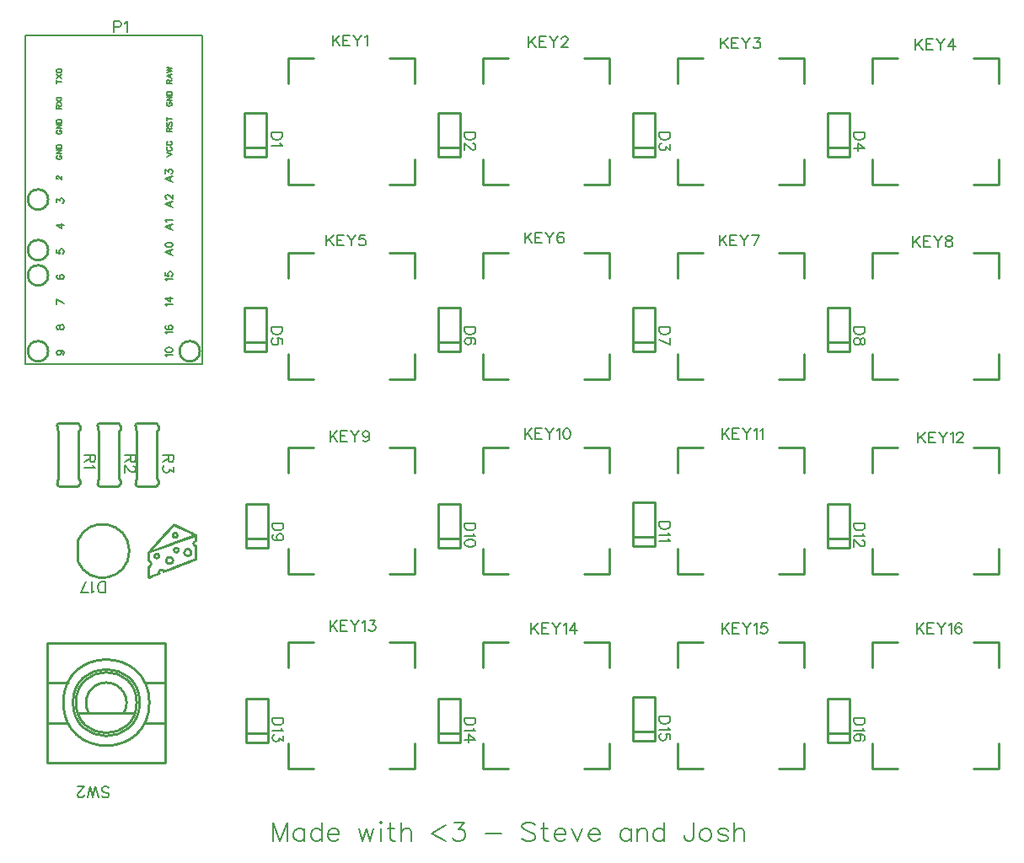
<source format=gto>
G04 Layer: TopSilkLayer*
G04 EasyEDA v6.4.20.6, 2021-07-27T21:22:35+10:00*
G04 5f3de9c6558747c6be1615df3866fddb,ebe80986956c49fa8a04bea1b3a7cd6c,10*
G04 Gerber Generator version 0.2*
G04 Scale: 100 percent, Rotated: No, Reflected: No *
G04 Dimensions in millimeters *
G04 leading zeros omitted , absolute positions ,4 integer and 5 decimal *
%FSLAX45Y45*%
%MOMM*%

%ADD11C,0.2540*%
%ADD18C,0.2032*%
%ADD19C,0.2032*%
%ADD20C,0.1524*%

%LPD*%
G36*
X-8595817Y-4997551D02*
G01*
X-8599982Y-4999990D01*
X-8626805Y-5028590D01*
X-8775954Y-5190998D01*
X-8834514Y-5254447D01*
X-8798407Y-5254447D01*
X-8798102Y-5253532D01*
X-8796731Y-5251450D01*
X-8789720Y-5243169D01*
X-8723731Y-5170779D01*
X-8629243Y-5068011D01*
X-8595258Y-5031486D01*
X-8589365Y-5025745D01*
X-8588248Y-5024882D01*
X-8585047Y-5026050D01*
X-8566607Y-5034483D01*
X-8432800Y-5097322D01*
X-8406333Y-5110022D01*
X-8406739Y-5110429D01*
X-8410752Y-5112207D01*
X-8595563Y-5180279D01*
X-8791346Y-5251958D01*
X-8797391Y-5254345D01*
X-8834514Y-5254447D01*
X-8850680Y-5272278D01*
X-8854998Y-5277408D01*
X-8857589Y-5281168D01*
X-8858250Y-5286095D01*
X-8858910Y-5309412D01*
X-8858859Y-5332222D01*
X-8858605Y-5346954D01*
X-8858148Y-5359298D01*
X-8857538Y-5367680D01*
X-8857132Y-5369864D01*
X-8855913Y-5373319D01*
X-8854186Y-5376011D01*
X-8851849Y-5378145D01*
X-8848598Y-5379974D01*
X-8843060Y-5383631D01*
X-8838996Y-5388356D01*
X-8836406Y-5393791D01*
X-8835390Y-5399582D01*
X-8835898Y-5405323D01*
X-8837980Y-5410708D01*
X-8841587Y-5415381D01*
X-8846820Y-5418886D01*
X-8851646Y-5421376D01*
X-8853424Y-5422798D01*
X-8854897Y-5424576D01*
X-8856014Y-5427014D01*
X-8856878Y-5430266D01*
X-8857488Y-5434584D01*
X-8858250Y-5447334D01*
X-8858767Y-5480812D01*
X-8832900Y-5480812D01*
X-8832900Y-5442000D01*
X-8825280Y-5433720D01*
X-8820658Y-5428183D01*
X-8816949Y-5422493D01*
X-8814054Y-5416702D01*
X-8812022Y-5410809D01*
X-8810802Y-5404916D01*
X-8810447Y-5399024D01*
X-8810955Y-5393182D01*
X-8812326Y-5387390D01*
X-8814511Y-5381701D01*
X-8817559Y-5376214D01*
X-8821420Y-5370880D01*
X-8826144Y-5365800D01*
X-8832900Y-5359349D01*
X-8832900Y-5293207D01*
X-8700719Y-5245404D01*
X-8603742Y-5209946D01*
X-8568842Y-5196992D01*
X-8394801Y-5133695D01*
X-8390128Y-5132171D01*
X-8386775Y-5131308D01*
X-8385302Y-5131155D01*
X-8384946Y-5132527D01*
X-8384438Y-5140096D01*
X-8384489Y-5153202D01*
X-8385302Y-5157774D01*
X-8387384Y-5160772D01*
X-8396122Y-5167884D01*
X-8399983Y-5172151D01*
X-8403031Y-5176621D01*
X-8405215Y-5181346D01*
X-8406638Y-5186222D01*
X-8407196Y-5191150D01*
X-8406942Y-5196179D01*
X-8405825Y-5201107D01*
X-8403945Y-5205984D01*
X-8401202Y-5210708D01*
X-8397595Y-5215280D01*
X-8393176Y-5219547D01*
X-8384692Y-5226862D01*
X-8385302Y-5346446D01*
X-8396732Y-5350205D01*
X-8417712Y-5358079D01*
X-8610142Y-5432958D01*
X-8630716Y-5441442D01*
X-8636711Y-5443016D01*
X-8648344Y-5447995D01*
X-8687104Y-5463184D01*
X-8696502Y-5454700D01*
X-8702141Y-5449925D01*
X-8706358Y-5447385D01*
X-8711184Y-5446420D01*
X-8718499Y-5446268D01*
X-8725662Y-5446420D01*
X-8730437Y-5447284D01*
X-8734399Y-5449366D01*
X-8739174Y-5453176D01*
X-8745423Y-5459628D01*
X-8750147Y-5466842D01*
X-8753144Y-5474512D01*
X-8754211Y-5482183D01*
X-8754414Y-5486146D01*
X-8755684Y-5488635D01*
X-8758936Y-5490616D01*
X-8777224Y-5497626D01*
X-8782761Y-5500014D01*
X-8830564Y-5518708D01*
X-8831173Y-5518556D01*
X-8831681Y-5517388D01*
X-8832392Y-5511444D01*
X-8832799Y-5499658D01*
X-8832900Y-5480812D01*
X-8858767Y-5480812D01*
X-8858961Y-5504535D01*
X-8858707Y-5522976D01*
X-8858250Y-5530088D01*
X-8857589Y-5535980D01*
X-8856675Y-5540654D01*
X-8855405Y-5544261D01*
X-8853779Y-5546902D01*
X-8851747Y-5548630D01*
X-8849258Y-5549493D01*
X-8846312Y-5549646D01*
X-8842806Y-5549138D01*
X-8838742Y-5548122D01*
X-8819134Y-5541111D01*
X-8792972Y-5531053D01*
X-8741816Y-5510580D01*
X-8735263Y-5507786D01*
X-8728811Y-5504129D01*
X-8725103Y-5500166D01*
X-8724036Y-5495645D01*
X-8725408Y-5490260D01*
X-8727897Y-5481980D01*
X-8727338Y-5475833D01*
X-8723884Y-5471922D01*
X-8717635Y-5470601D01*
X-8714740Y-5470804D01*
X-8712555Y-5471617D01*
X-8710930Y-5473090D01*
X-8709609Y-5475376D01*
X-8708085Y-5479440D01*
X-8707424Y-5482539D01*
X-8706358Y-5485384D01*
X-8703767Y-5488228D01*
X-8700312Y-5490362D01*
X-8696807Y-5491175D01*
X-8694267Y-5490768D01*
X-8683853Y-5487670D01*
X-8669223Y-5482640D01*
X-8654135Y-5477002D01*
X-8624824Y-5465368D01*
X-8474354Y-5407253D01*
X-8430158Y-5389727D01*
X-8413851Y-5383784D01*
X-8369808Y-5366004D01*
X-8364931Y-5363311D01*
X-8362442Y-5360517D01*
X-8361019Y-5356606D01*
X-8360511Y-5352440D01*
X-8359648Y-5332323D01*
X-8359190Y-5299862D01*
X-8359089Y-5210505D01*
X-8363305Y-5207558D01*
X-8368385Y-5204866D01*
X-8378698Y-5201412D01*
X-8380730Y-5199938D01*
X-8381390Y-5197449D01*
X-8381238Y-5193080D01*
X-8380526Y-5188254D01*
X-8378850Y-5185156D01*
X-8375396Y-5183022D01*
X-8366404Y-5179822D01*
X-8364016Y-5178094D01*
X-8362188Y-5175554D01*
X-8360918Y-5171846D01*
X-8360003Y-5166664D01*
X-8359495Y-5159654D01*
X-8359190Y-5150510D01*
X-8359241Y-5122468D01*
X-8359648Y-5112715D01*
X-8360664Y-5107533D01*
X-8362391Y-5104993D01*
X-8365591Y-5103012D01*
X-8382203Y-5094325D01*
X-8406790Y-5082082D01*
X-8432850Y-5069535D01*
X-8538260Y-5020106D01*
X-8569909Y-5005019D01*
X-8581288Y-4999990D01*
X-8589721Y-4997551D01*
G37*
G36*
X-8579205Y-5077612D02*
G01*
X-8586216Y-5078120D01*
X-8593175Y-5080304D01*
X-8598916Y-5083352D01*
X-8603792Y-5087061D01*
X-8607806Y-5091379D01*
X-8610904Y-5096154D01*
X-8613190Y-5101285D01*
X-8614511Y-5106670D01*
X-8614914Y-5112105D01*
X-8589467Y-5112105D01*
X-8589264Y-5108702D01*
X-8588806Y-5105908D01*
X-8588044Y-5103926D01*
X-8587079Y-5102910D01*
X-8582964Y-5101945D01*
X-8578697Y-5101996D01*
X-8574836Y-5103114D01*
X-8571941Y-5105095D01*
X-8569807Y-5109565D01*
X-8569858Y-5114645D01*
X-8571941Y-5119065D01*
X-8575649Y-5121554D01*
X-8577732Y-5121910D01*
X-8582609Y-5121859D01*
X-8584742Y-5121503D01*
X-8587232Y-5120640D01*
X-8588654Y-5119116D01*
X-8589314Y-5116474D01*
X-8589467Y-5112105D01*
X-8614918Y-5112156D01*
X-8614359Y-5117693D01*
X-8612835Y-5123180D01*
X-8610346Y-5128412D01*
X-8606840Y-5133390D01*
X-8602370Y-5137912D01*
X-8594496Y-5143550D01*
X-8586825Y-5146649D01*
X-8579053Y-5147360D01*
X-8570925Y-5145735D01*
X-8563457Y-5142128D01*
X-8556396Y-5136591D01*
X-8550452Y-5129885D01*
X-8546439Y-5122722D01*
X-8545017Y-5117236D01*
X-8544864Y-5111445D01*
X-8545830Y-5105603D01*
X-8547912Y-5099812D01*
X-8550960Y-5094274D01*
X-8554872Y-5089296D01*
X-8559596Y-5084978D01*
X-8565032Y-5081524D01*
X-8572195Y-5078730D01*
G37*
G36*
X-8568486Y-5227370D02*
G01*
X-8575141Y-5227523D01*
X-8580069Y-5228488D01*
X-8584996Y-5230825D01*
X-8589365Y-5233873D01*
X-8593175Y-5237530D01*
X-8596426Y-5241747D01*
X-8599017Y-5246319D01*
X-8600948Y-5251196D01*
X-8602218Y-5256326D01*
X-8602714Y-5261813D01*
X-8578189Y-5261813D01*
X-8578037Y-5259374D01*
X-8577529Y-5257038D01*
X-8576818Y-5255056D01*
X-8575954Y-5253736D01*
X-8572703Y-5252008D01*
X-8568385Y-5251602D01*
X-8563965Y-5252415D01*
X-8560562Y-5254447D01*
X-8557666Y-5259984D01*
X-8558479Y-5265724D01*
X-8562340Y-5270246D01*
X-8568588Y-5272074D01*
X-8572906Y-5271465D01*
X-8575903Y-5269636D01*
X-8577630Y-5266436D01*
X-8578189Y-5261813D01*
X-8602714Y-5261813D01*
X-8602522Y-5266690D01*
X-8601506Y-5271719D01*
X-8599678Y-5276596D01*
X-8596934Y-5281117D01*
X-8592718Y-5286095D01*
X-8587994Y-5290058D01*
X-8582914Y-5293055D01*
X-8577580Y-5295087D01*
X-8572042Y-5296103D01*
X-8566454Y-5296154D01*
X-8560917Y-5295239D01*
X-8555532Y-5293410D01*
X-8550402Y-5290566D01*
X-8545626Y-5286857D01*
X-8541258Y-5282184D01*
X-8537498Y-5276596D01*
X-8535212Y-5271617D01*
X-8533841Y-5266537D01*
X-8533434Y-5261406D01*
X-8533892Y-5256276D01*
X-8535314Y-5251196D01*
X-8537600Y-5246268D01*
X-8540750Y-5241544D01*
X-8544814Y-5237073D01*
X-8550757Y-5232298D01*
X-8553805Y-5230368D01*
X-8556345Y-5229148D01*
X-8561679Y-5227878D01*
G37*
G36*
X-8456625Y-5238851D02*
G01*
X-8461806Y-5239359D01*
X-8466531Y-5240324D01*
X-8470544Y-5241747D01*
X-8474049Y-5243779D01*
X-8477859Y-5246573D01*
X-8481771Y-5249926D01*
X-8485632Y-5253736D01*
X-8489238Y-5257749D01*
X-8492439Y-5261813D01*
X-8495030Y-5265724D01*
X-8496909Y-5269331D01*
X-8498484Y-5274005D01*
X-8499449Y-5278729D01*
X-8499805Y-5283555D01*
X-8499650Y-5286502D01*
X-8475218Y-5286502D01*
X-8474506Y-5280050D01*
X-8472424Y-5274411D01*
X-8469223Y-5269788D01*
X-8465058Y-5266283D01*
X-8460079Y-5263997D01*
X-8454542Y-5263032D01*
X-8448649Y-5263540D01*
X-8442502Y-5265623D01*
X-8437981Y-5268722D01*
X-8434578Y-5272938D01*
X-8432342Y-5277916D01*
X-8431326Y-5283301D01*
X-8431530Y-5288838D01*
X-8433003Y-5294122D01*
X-8435797Y-5298897D01*
X-8439861Y-5302758D01*
X-8445246Y-5304790D01*
X-8452662Y-5305704D01*
X-8460181Y-5305450D01*
X-8465972Y-5303875D01*
X-8469274Y-5300980D01*
X-8472271Y-5296509D01*
X-8474405Y-5291429D01*
X-8475218Y-5286502D01*
X-8499650Y-5286502D01*
X-8499551Y-5288381D01*
X-8498789Y-5293207D01*
X-8497468Y-5297932D01*
X-8495690Y-5302504D01*
X-8493455Y-5306923D01*
X-8490712Y-5311140D01*
X-8487613Y-5315051D01*
X-8484108Y-5318658D01*
X-8480247Y-5321909D01*
X-8476030Y-5324754D01*
X-8471509Y-5327142D01*
X-8466734Y-5329021D01*
X-8461705Y-5330342D01*
X-8454593Y-5331206D01*
X-8447633Y-5331002D01*
X-8440928Y-5329682D01*
X-8434527Y-5327294D01*
X-8428431Y-5323890D01*
X-8422843Y-5319471D01*
X-8417661Y-5314086D01*
X-8413089Y-5307787D01*
X-8410346Y-5302961D01*
X-8408720Y-5298490D01*
X-8407958Y-5293156D01*
X-8407806Y-5285689D01*
X-8408111Y-5278729D01*
X-8409178Y-5272430D01*
X-8410956Y-5266639D01*
X-8413546Y-5261356D01*
X-8417001Y-5256428D01*
X-8421370Y-5251805D01*
X-8426653Y-5247386D01*
X-8432952Y-5243118D01*
X-8436559Y-5241391D01*
X-8440978Y-5240121D01*
X-8445957Y-5239258D01*
X-8451291Y-5238851D01*
G37*
G36*
X-8763406Y-5285232D02*
G01*
X-8769299Y-5285435D01*
X-8775141Y-5286654D01*
X-8780830Y-5289042D01*
X-8783980Y-5291074D01*
X-8787384Y-5294020D01*
X-8790686Y-5297474D01*
X-8793480Y-5300980D01*
X-8795969Y-5305196D01*
X-8797747Y-5309565D01*
X-8798814Y-5313934D01*
X-8799242Y-5319166D01*
X-8774836Y-5319166D01*
X-8774226Y-5314848D01*
X-8772347Y-5311851D01*
X-8769146Y-5310124D01*
X-8764524Y-5309514D01*
X-8762085Y-5309717D01*
X-8759799Y-5310174D01*
X-8757818Y-5310936D01*
X-8756497Y-5311800D01*
X-8754567Y-5315305D01*
X-8754313Y-5319674D01*
X-8755634Y-5323992D01*
X-8758377Y-5327243D01*
X-8764371Y-5329732D01*
X-8769654Y-5328970D01*
X-8773414Y-5325313D01*
X-8774836Y-5319166D01*
X-8799242Y-5319166D01*
X-8799118Y-5322671D01*
X-8798356Y-5326938D01*
X-8797086Y-5331053D01*
X-8795359Y-5335016D01*
X-8793175Y-5338724D01*
X-8790533Y-5342128D01*
X-8787587Y-5345226D01*
X-8784285Y-5347970D01*
X-8780678Y-5350306D01*
X-8776868Y-5352135D01*
X-8772804Y-5353507D01*
X-8768588Y-5354269D01*
X-8764270Y-5354472D01*
X-8759850Y-5354015D01*
X-8755380Y-5352846D01*
X-8750909Y-5350916D01*
X-8746185Y-5348173D01*
X-8742070Y-5344972D01*
X-8738463Y-5341416D01*
X-8735466Y-5337505D01*
X-8733078Y-5333339D01*
X-8731300Y-5328920D01*
X-8730234Y-5324348D01*
X-8729878Y-5319572D01*
X-8730488Y-5313426D01*
X-8732113Y-5307736D01*
X-8734704Y-5302504D01*
X-8738108Y-5297779D01*
X-8742273Y-5293766D01*
X-8746947Y-5290413D01*
X-8752128Y-5287822D01*
X-8757666Y-5286095D01*
G37*
G36*
X-8644534Y-5319623D02*
G01*
X-8652459Y-5320842D01*
X-8656167Y-5322417D01*
X-8660231Y-5324957D01*
X-8664397Y-5328158D01*
X-8668562Y-5331968D01*
X-8672474Y-5336133D01*
X-8675979Y-5340502D01*
X-8678976Y-5344922D01*
X-8681161Y-5349189D01*
X-8682837Y-5353862D01*
X-8683904Y-5358587D01*
X-8684361Y-5363362D01*
X-8684321Y-5365242D01*
X-8658758Y-5365242D01*
X-8658555Y-5360060D01*
X-8657894Y-5356402D01*
X-8656624Y-5353659D01*
X-8654542Y-5351322D01*
X-8647176Y-5345988D01*
X-8640013Y-5343499D01*
X-8632850Y-5343804D01*
X-8625586Y-5346903D01*
X-8621572Y-5350357D01*
X-8618728Y-5354878D01*
X-8616950Y-5360111D01*
X-8616289Y-5365648D01*
X-8616746Y-5371185D01*
X-8618372Y-5376214D01*
X-8621115Y-5380482D01*
X-8625027Y-5383479D01*
X-8627821Y-5384596D01*
X-8631377Y-5385511D01*
X-8635339Y-5386120D01*
X-8639098Y-5386324D01*
X-8643670Y-5386070D01*
X-8647176Y-5385257D01*
X-8650173Y-5383580D01*
X-8653272Y-5380837D01*
X-8656116Y-5377637D01*
X-8657742Y-5374538D01*
X-8658555Y-5370677D01*
X-8658758Y-5365242D01*
X-8684321Y-5365242D01*
X-8684260Y-5368137D01*
X-8683599Y-5372862D01*
X-8682431Y-5377484D01*
X-8680754Y-5382056D01*
X-8678621Y-5386425D01*
X-8676030Y-5390591D01*
X-8672982Y-5394553D01*
X-8669528Y-5398211D01*
X-8665718Y-5401564D01*
X-8661501Y-5404561D01*
X-8656980Y-5407152D01*
X-8652103Y-5409285D01*
X-8646922Y-5410962D01*
X-8641283Y-5411978D01*
X-8635492Y-5412028D01*
X-8629751Y-5411216D01*
X-8624062Y-5409590D01*
X-8618575Y-5407202D01*
X-8613343Y-5404053D01*
X-8608415Y-5400294D01*
X-8603894Y-5395925D01*
X-8599932Y-5390997D01*
X-8596528Y-5385612D01*
X-8593785Y-5379770D01*
X-8591804Y-5373573D01*
X-8591092Y-5369204D01*
X-8590991Y-5364581D01*
X-8591550Y-5359857D01*
X-8592667Y-5355031D01*
X-8594344Y-5350256D01*
X-8596477Y-5345582D01*
X-8599119Y-5341061D01*
X-8602167Y-5336743D01*
X-8605570Y-5332780D01*
X-8609380Y-5329174D01*
X-8613444Y-5326024D01*
X-8617813Y-5323433D01*
X-8625128Y-5321096D01*
X-8634730Y-5319776D01*
G37*
D19*
X-7599989Y-7995013D02*
G01*
X-7599989Y-8188815D01*
X-7599989Y-7995013D02*
G01*
X-7526075Y-8188815D01*
X-7452161Y-7995013D02*
G01*
X-7526075Y-8188815D01*
X-7452161Y-7995013D02*
G01*
X-7452161Y-8188815D01*
X-7280457Y-8059529D02*
G01*
X-7280457Y-8188815D01*
X-7280457Y-8087215D02*
G01*
X-7298999Y-8068927D01*
X-7317287Y-8059529D01*
X-7344973Y-8059529D01*
X-7363515Y-8068927D01*
X-7382057Y-8087215D01*
X-7391201Y-8114901D01*
X-7391201Y-8133443D01*
X-7382057Y-8161129D01*
X-7363515Y-8179671D01*
X-7344973Y-8188815D01*
X-7317287Y-8188815D01*
X-7298999Y-8179671D01*
X-7280457Y-8161129D01*
X-7108499Y-7995013D02*
G01*
X-7108499Y-8188815D01*
X-7108499Y-8087215D02*
G01*
X-7127041Y-8068927D01*
X-7145583Y-8059529D01*
X-7173269Y-8059529D01*
X-7191811Y-8068927D01*
X-7210099Y-8087215D01*
X-7219497Y-8114901D01*
X-7219497Y-8133443D01*
X-7210099Y-8161129D01*
X-7191811Y-8179671D01*
X-7173269Y-8188815D01*
X-7145583Y-8188815D01*
X-7127041Y-8179671D01*
X-7108499Y-8161129D01*
X-7047539Y-8114901D02*
G01*
X-6936795Y-8114901D01*
X-6936795Y-8096613D01*
X-6945939Y-8078071D01*
X-6955337Y-8068927D01*
X-6973879Y-8059529D01*
X-7001565Y-8059529D01*
X-7019853Y-8068927D01*
X-7038395Y-8087215D01*
X-7047539Y-8114901D01*
X-7047539Y-8133443D01*
X-7038395Y-8161129D01*
X-7019853Y-8179671D01*
X-7001565Y-8188815D01*
X-6973879Y-8188815D01*
X-6955337Y-8179671D01*
X-6936795Y-8161129D01*
X-6733595Y-8059529D02*
G01*
X-6696765Y-8188815D01*
X-6659681Y-8059529D02*
G01*
X-6696765Y-8188815D01*
X-6659681Y-8059529D02*
G01*
X-6622851Y-8188815D01*
X-6585767Y-8059529D02*
G01*
X-6622851Y-8188815D01*
X-6524807Y-7995013D02*
G01*
X-6515663Y-8004157D01*
X-6506519Y-7995013D01*
X-6515663Y-7985615D01*
X-6524807Y-7995013D01*
X-6515663Y-8059529D02*
G01*
X-6515663Y-8188815D01*
X-6417619Y-7995013D02*
G01*
X-6417619Y-8151985D01*
X-6408475Y-8179671D01*
X-6389933Y-8188815D01*
X-6371645Y-8188815D01*
X-6445559Y-8059529D02*
G01*
X-6380789Y-8059529D01*
X-6310685Y-7995013D02*
G01*
X-6310685Y-8188815D01*
X-6310685Y-8096613D02*
G01*
X-6282999Y-8068927D01*
X-6264457Y-8059529D01*
X-6236771Y-8059529D01*
X-6218229Y-8068927D01*
X-6209085Y-8096613D01*
X-6209085Y-8188815D01*
X-5858057Y-8022699D02*
G01*
X-6005885Y-8105757D01*
X-5858057Y-8188815D01*
X-5778555Y-7995013D02*
G01*
X-5676955Y-7995013D01*
X-5732327Y-8068927D01*
X-5704641Y-8068927D01*
X-5686099Y-8078071D01*
X-5676955Y-8087215D01*
X-5667811Y-8114901D01*
X-5667811Y-8133443D01*
X-5676955Y-8161129D01*
X-5695497Y-8179671D01*
X-5723183Y-8188815D01*
X-5750869Y-8188815D01*
X-5778555Y-8179671D01*
X-5787699Y-8170527D01*
X-5797097Y-8151985D01*
X-5464611Y-8105757D02*
G01*
X-5298241Y-8105757D01*
X-4965755Y-8022699D02*
G01*
X-4984297Y-8004157D01*
X-5011983Y-7995013D01*
X-5048813Y-7995013D01*
X-5076499Y-8004157D01*
X-5095041Y-8022699D01*
X-5095041Y-8041241D01*
X-5085897Y-8059529D01*
X-5076499Y-8068927D01*
X-5058211Y-8078071D01*
X-5002839Y-8096613D01*
X-4984297Y-8105757D01*
X-4974899Y-8114901D01*
X-4965755Y-8133443D01*
X-4965755Y-8161129D01*
X-4984297Y-8179671D01*
X-5011983Y-8188815D01*
X-5048813Y-8188815D01*
X-5076499Y-8179671D01*
X-5095041Y-8161129D01*
X-4877109Y-7995013D02*
G01*
X-4877109Y-8151985D01*
X-4867965Y-8179671D01*
X-4849423Y-8188815D01*
X-4830881Y-8188815D01*
X-4904795Y-8059529D02*
G01*
X-4840279Y-8059529D01*
X-4769921Y-8114901D02*
G01*
X-4659177Y-8114901D01*
X-4659177Y-8096613D01*
X-4668321Y-8078071D01*
X-4677719Y-8068927D01*
X-4696007Y-8059529D01*
X-4723693Y-8059529D01*
X-4742235Y-8068927D01*
X-4760777Y-8087215D01*
X-4769921Y-8114901D01*
X-4769921Y-8133443D01*
X-4760777Y-8161129D01*
X-4742235Y-8179671D01*
X-4723693Y-8188815D01*
X-4696007Y-8188815D01*
X-4677719Y-8179671D01*
X-4659177Y-8161129D01*
X-4598217Y-8059529D02*
G01*
X-4542845Y-8188815D01*
X-4487219Y-8059529D02*
G01*
X-4542845Y-8188815D01*
X-4426259Y-8114901D02*
G01*
X-4315515Y-8114901D01*
X-4315515Y-8096613D01*
X-4324659Y-8078071D01*
X-4334057Y-8068927D01*
X-4352599Y-8059529D01*
X-4380285Y-8059529D01*
X-4398573Y-8068927D01*
X-4417115Y-8087215D01*
X-4426259Y-8114901D01*
X-4426259Y-8133443D01*
X-4417115Y-8161129D01*
X-4398573Y-8179671D01*
X-4380285Y-8188815D01*
X-4352599Y-8188815D01*
X-4334057Y-8179671D01*
X-4315515Y-8161129D01*
X-4001571Y-8059529D02*
G01*
X-4001571Y-8188815D01*
X-4001571Y-8087215D02*
G01*
X-4019859Y-8068927D01*
X-4038401Y-8059529D01*
X-4066087Y-8059529D01*
X-4084629Y-8068927D01*
X-4103171Y-8087215D01*
X-4112315Y-8114901D01*
X-4112315Y-8133443D01*
X-4103171Y-8161129D01*
X-4084629Y-8179671D01*
X-4066087Y-8188815D01*
X-4038401Y-8188815D01*
X-4019859Y-8179671D01*
X-4001571Y-8161129D01*
X-3940611Y-8059529D02*
G01*
X-3940611Y-8188815D01*
X-3940611Y-8096613D02*
G01*
X-3912925Y-8068927D01*
X-3894383Y-8059529D01*
X-3866697Y-8059529D01*
X-3848155Y-8068927D01*
X-3839011Y-8096613D01*
X-3839011Y-8188815D01*
X-3667053Y-7995013D02*
G01*
X-3667053Y-8188815D01*
X-3667053Y-8087215D02*
G01*
X-3685595Y-8068927D01*
X-3704137Y-8059529D01*
X-3731823Y-8059529D01*
X-3750365Y-8068927D01*
X-3768653Y-8087215D01*
X-3778051Y-8114901D01*
X-3778051Y-8133443D01*
X-3768653Y-8161129D01*
X-3750365Y-8179671D01*
X-3731823Y-8188815D01*
X-3704137Y-8188815D01*
X-3685595Y-8179671D01*
X-3667053Y-8161129D01*
X-3371651Y-7995013D02*
G01*
X-3371651Y-8142841D01*
X-3380795Y-8170527D01*
X-3389939Y-8179671D01*
X-3408481Y-8188815D01*
X-3427023Y-8188815D01*
X-3445565Y-8179671D01*
X-3454709Y-8170527D01*
X-3463853Y-8142841D01*
X-3463853Y-8124299D01*
X-3264463Y-8059529D02*
G01*
X-3283005Y-8068927D01*
X-3301293Y-8087215D01*
X-3310691Y-8114901D01*
X-3310691Y-8133443D01*
X-3301293Y-8161129D01*
X-3283005Y-8179671D01*
X-3264463Y-8188815D01*
X-3236777Y-8188815D01*
X-3218235Y-8179671D01*
X-3199693Y-8161129D01*
X-3190549Y-8133443D01*
X-3190549Y-8114901D01*
X-3199693Y-8087215D01*
X-3218235Y-8068927D01*
X-3236777Y-8059529D01*
X-3264463Y-8059529D01*
X-3027989Y-8087215D02*
G01*
X-3037133Y-8068927D01*
X-3064819Y-8059529D01*
X-3092759Y-8059529D01*
X-3120445Y-8068927D01*
X-3129589Y-8087215D01*
X-3120445Y-8105757D01*
X-3101903Y-8114901D01*
X-3055675Y-8124299D01*
X-3037133Y-8133443D01*
X-3027989Y-8151985D01*
X-3027989Y-8161129D01*
X-3037133Y-8179671D01*
X-3064819Y-8188815D01*
X-3092759Y-8188815D01*
X-3120445Y-8179671D01*
X-3129589Y-8161129D01*
X-2967029Y-7995013D02*
G01*
X-2967029Y-8188815D01*
X-2967029Y-8096613D02*
G01*
X-2939343Y-8068927D01*
X-2920801Y-8059529D01*
X-2893115Y-8059529D01*
X-2874573Y-8068927D01*
X-2865429Y-8096613D01*
X-2865429Y-8188815D01*
D20*
X-7505712Y-1066800D02*
G01*
X-7614678Y-1066800D01*
X-7505712Y-1066800D02*
G01*
X-7505712Y-1103121D01*
X-7510792Y-1118870D01*
X-7521206Y-1129029D01*
X-7531620Y-1134363D01*
X-7547368Y-1139444D01*
X-7573276Y-1139444D01*
X-7588770Y-1134363D01*
X-7599184Y-1129029D01*
X-7609598Y-1118870D01*
X-7614678Y-1103121D01*
X-7614678Y-1066800D01*
X-7526540Y-1173734D02*
G01*
X-7521206Y-1184147D01*
X-7505712Y-1199895D01*
X-7614678Y-1199895D01*
X-5562612Y-1066800D02*
G01*
X-5671578Y-1066800D01*
X-5562612Y-1066800D02*
G01*
X-5562612Y-1103121D01*
X-5567692Y-1118870D01*
X-5578106Y-1129029D01*
X-5588520Y-1134363D01*
X-5604268Y-1139444D01*
X-5630176Y-1139444D01*
X-5645670Y-1134363D01*
X-5656084Y-1129029D01*
X-5666498Y-1118870D01*
X-5671578Y-1103121D01*
X-5671578Y-1066800D01*
X-5588520Y-1179068D02*
G01*
X-5583440Y-1179068D01*
X-5573026Y-1184147D01*
X-5567692Y-1189481D01*
X-5562612Y-1199895D01*
X-5562612Y-1220470D01*
X-5567692Y-1230884D01*
X-5573026Y-1236218D01*
X-5583440Y-1241297D01*
X-5593854Y-1241297D01*
X-5604268Y-1236218D01*
X-5619762Y-1225804D01*
X-5671578Y-1173734D01*
X-5671578Y-1246631D01*
X-3606812Y-1066800D02*
G01*
X-3715778Y-1066800D01*
X-3606812Y-1066800D02*
G01*
X-3606812Y-1103121D01*
X-3611892Y-1118870D01*
X-3622306Y-1129029D01*
X-3632720Y-1134363D01*
X-3648468Y-1139444D01*
X-3674376Y-1139444D01*
X-3689870Y-1134363D01*
X-3700284Y-1129029D01*
X-3710698Y-1118870D01*
X-3715778Y-1103121D01*
X-3715778Y-1066800D01*
X-3606812Y-1184147D02*
G01*
X-3606812Y-1241297D01*
X-3648468Y-1210310D01*
X-3648468Y-1225804D01*
X-3653548Y-1236218D01*
X-3658628Y-1241297D01*
X-3674376Y-1246631D01*
X-3684790Y-1246631D01*
X-3700284Y-1241297D01*
X-3710698Y-1230884D01*
X-3715778Y-1215389D01*
X-3715778Y-1199895D01*
X-3710698Y-1184147D01*
X-3705618Y-1179068D01*
X-3695204Y-1173734D01*
X-1651012Y-1066800D02*
G01*
X-1759978Y-1066800D01*
X-1651012Y-1066800D02*
G01*
X-1651012Y-1103121D01*
X-1656092Y-1118870D01*
X-1666506Y-1129029D01*
X-1676920Y-1134363D01*
X-1692668Y-1139444D01*
X-1718576Y-1139444D01*
X-1734070Y-1134363D01*
X-1744484Y-1129029D01*
X-1754898Y-1118870D01*
X-1759978Y-1103121D01*
X-1759978Y-1066800D01*
X-1651012Y-1225804D02*
G01*
X-1723656Y-1173734D01*
X-1723656Y-1251712D01*
X-1651012Y-1225804D02*
G01*
X-1759978Y-1225804D01*
X-7505712Y-3022600D02*
G01*
X-7614678Y-3022600D01*
X-7505712Y-3022600D02*
G01*
X-7505712Y-3058921D01*
X-7510792Y-3074670D01*
X-7521206Y-3084829D01*
X-7531620Y-3090163D01*
X-7547368Y-3095244D01*
X-7573276Y-3095244D01*
X-7588770Y-3090163D01*
X-7599184Y-3084829D01*
X-7609598Y-3074670D01*
X-7614678Y-3058921D01*
X-7614678Y-3022600D01*
X-7505712Y-3192018D02*
G01*
X-7505712Y-3139947D01*
X-7552448Y-3134868D01*
X-7547368Y-3139947D01*
X-7542034Y-3155695D01*
X-7542034Y-3171189D01*
X-7547368Y-3186684D01*
X-7557528Y-3197097D01*
X-7573276Y-3202431D01*
X-7583690Y-3202431D01*
X-7599184Y-3197097D01*
X-7609598Y-3186684D01*
X-7614678Y-3171189D01*
X-7614678Y-3155695D01*
X-7609598Y-3139947D01*
X-7604518Y-3134868D01*
X-7594104Y-3129534D01*
X-5562612Y-3022600D02*
G01*
X-5671578Y-3022600D01*
X-5562612Y-3022600D02*
G01*
X-5562612Y-3058921D01*
X-5567692Y-3074670D01*
X-5578106Y-3084829D01*
X-5588520Y-3090163D01*
X-5604268Y-3095244D01*
X-5630176Y-3095244D01*
X-5645670Y-3090163D01*
X-5656084Y-3084829D01*
X-5666498Y-3074670D01*
X-5671578Y-3058921D01*
X-5671578Y-3022600D01*
X-5578106Y-3192018D02*
G01*
X-5567692Y-3186684D01*
X-5562612Y-3171189D01*
X-5562612Y-3160776D01*
X-5567692Y-3145281D01*
X-5583440Y-3134868D01*
X-5609348Y-3129534D01*
X-5635256Y-3129534D01*
X-5656084Y-3134868D01*
X-5666498Y-3145281D01*
X-5671578Y-3160776D01*
X-5671578Y-3166110D01*
X-5666498Y-3181604D01*
X-5656084Y-3192018D01*
X-5640590Y-3197097D01*
X-5635256Y-3197097D01*
X-5619762Y-3192018D01*
X-5609348Y-3181604D01*
X-5604268Y-3166110D01*
X-5604268Y-3160776D01*
X-5609348Y-3145281D01*
X-5619762Y-3134868D01*
X-5635256Y-3129534D01*
X-3606812Y-3022600D02*
G01*
X-3715778Y-3022600D01*
X-3606812Y-3022600D02*
G01*
X-3606812Y-3058921D01*
X-3611892Y-3074670D01*
X-3622306Y-3084829D01*
X-3632720Y-3090163D01*
X-3648468Y-3095244D01*
X-3674376Y-3095244D01*
X-3689870Y-3090163D01*
X-3700284Y-3084829D01*
X-3710698Y-3074670D01*
X-3715778Y-3058921D01*
X-3715778Y-3022600D01*
X-3606812Y-3202431D02*
G01*
X-3715778Y-3150362D01*
X-3606812Y-3129534D02*
G01*
X-3606812Y-3202431D01*
X-1651012Y-3022600D02*
G01*
X-1759978Y-3022600D01*
X-1651012Y-3022600D02*
G01*
X-1651012Y-3058921D01*
X-1656092Y-3074670D01*
X-1666506Y-3084829D01*
X-1676920Y-3090163D01*
X-1692668Y-3095244D01*
X-1718576Y-3095244D01*
X-1734070Y-3090163D01*
X-1744484Y-3084829D01*
X-1754898Y-3074670D01*
X-1759978Y-3058921D01*
X-1759978Y-3022600D01*
X-1651012Y-3155695D02*
G01*
X-1656092Y-3139947D01*
X-1666506Y-3134868D01*
X-1676920Y-3134868D01*
X-1687334Y-3139947D01*
X-1692668Y-3150362D01*
X-1697748Y-3171189D01*
X-1702828Y-3186684D01*
X-1713242Y-3197097D01*
X-1723656Y-3202431D01*
X-1739404Y-3202431D01*
X-1749818Y-3197097D01*
X-1754898Y-3192018D01*
X-1759978Y-3176270D01*
X-1759978Y-3155695D01*
X-1754898Y-3139947D01*
X-1749818Y-3134868D01*
X-1739404Y-3129534D01*
X-1723656Y-3129534D01*
X-1713242Y-3134868D01*
X-1702828Y-3145281D01*
X-1697748Y-3160776D01*
X-1692668Y-3181604D01*
X-1687334Y-3192018D01*
X-1676920Y-3197097D01*
X-1666506Y-3197097D01*
X-1656092Y-3192018D01*
X-1651012Y-3176270D01*
X-1651012Y-3155695D01*
X-7493012Y-4991100D02*
G01*
X-7601978Y-4991100D01*
X-7493012Y-4991100D02*
G01*
X-7493012Y-5027421D01*
X-7498092Y-5043170D01*
X-7508506Y-5053329D01*
X-7518920Y-5058663D01*
X-7534668Y-5063744D01*
X-7560576Y-5063744D01*
X-7576070Y-5058663D01*
X-7586484Y-5053329D01*
X-7596898Y-5043170D01*
X-7601978Y-5027421D01*
X-7601978Y-4991100D01*
X-7529334Y-5165597D02*
G01*
X-7544828Y-5160518D01*
X-7555242Y-5150104D01*
X-7560576Y-5134610D01*
X-7560576Y-5129276D01*
X-7555242Y-5113781D01*
X-7544828Y-5103368D01*
X-7529334Y-5098034D01*
X-7524254Y-5098034D01*
X-7508506Y-5103368D01*
X-7498092Y-5113781D01*
X-7493012Y-5129276D01*
X-7493012Y-5134610D01*
X-7498092Y-5150104D01*
X-7508506Y-5160518D01*
X-7529334Y-5165597D01*
X-7555242Y-5165597D01*
X-7581404Y-5160518D01*
X-7596898Y-5150104D01*
X-7601978Y-5134610D01*
X-7601978Y-5124195D01*
X-7596898Y-5108447D01*
X-7586484Y-5103368D01*
X-5562612Y-4991100D02*
G01*
X-5671578Y-4991100D01*
X-5562612Y-4991100D02*
G01*
X-5562612Y-5027421D01*
X-5567692Y-5043170D01*
X-5578106Y-5053329D01*
X-5588520Y-5058663D01*
X-5604268Y-5063744D01*
X-5630176Y-5063744D01*
X-5645670Y-5058663D01*
X-5656084Y-5053329D01*
X-5666498Y-5043170D01*
X-5671578Y-5027421D01*
X-5671578Y-4991100D01*
X-5583440Y-5098034D02*
G01*
X-5578106Y-5108447D01*
X-5562612Y-5124195D01*
X-5671578Y-5124195D01*
X-5562612Y-5189473D02*
G01*
X-5567692Y-5173979D01*
X-5583440Y-5163565D01*
X-5609348Y-5158486D01*
X-5624842Y-5158486D01*
X-5651004Y-5163565D01*
X-5666498Y-5173979D01*
X-5671578Y-5189473D01*
X-5671578Y-5199887D01*
X-5666498Y-5215636D01*
X-5651004Y-5226050D01*
X-5624842Y-5231129D01*
X-5609348Y-5231129D01*
X-5583440Y-5226050D01*
X-5567692Y-5215636D01*
X-5562612Y-5199887D01*
X-5562612Y-5189473D01*
X-3606812Y-4978400D02*
G01*
X-3715778Y-4978400D01*
X-3606812Y-4978400D02*
G01*
X-3606812Y-5014721D01*
X-3611892Y-5030470D01*
X-3622306Y-5040629D01*
X-3632720Y-5045963D01*
X-3648468Y-5051044D01*
X-3674376Y-5051044D01*
X-3689870Y-5045963D01*
X-3700284Y-5040629D01*
X-3710698Y-5030470D01*
X-3715778Y-5014721D01*
X-3715778Y-4978400D01*
X-3627640Y-5085334D02*
G01*
X-3622306Y-5095747D01*
X-3606812Y-5111495D01*
X-3715778Y-5111495D01*
X-3627640Y-5145786D02*
G01*
X-3622306Y-5156200D01*
X-3606812Y-5171694D01*
X-3715778Y-5171694D01*
X-1651012Y-4991100D02*
G01*
X-1759978Y-4991100D01*
X-1651012Y-4991100D02*
G01*
X-1651012Y-5027421D01*
X-1656092Y-5043170D01*
X-1666506Y-5053329D01*
X-1676920Y-5058663D01*
X-1692668Y-5063744D01*
X-1718576Y-5063744D01*
X-1734070Y-5058663D01*
X-1744484Y-5053329D01*
X-1754898Y-5043170D01*
X-1759978Y-5027421D01*
X-1759978Y-4991100D01*
X-1671840Y-5098034D02*
G01*
X-1666506Y-5108447D01*
X-1651012Y-5124195D01*
X-1759978Y-5124195D01*
X-1676920Y-5163565D02*
G01*
X-1671840Y-5163565D01*
X-1661426Y-5168900D01*
X-1656092Y-5173979D01*
X-1651012Y-5184394D01*
X-1651012Y-5205221D01*
X-1656092Y-5215636D01*
X-1661426Y-5220715D01*
X-1671840Y-5226050D01*
X-1682254Y-5226050D01*
X-1692668Y-5220715D01*
X-1708162Y-5210302D01*
X-1759978Y-5158486D01*
X-1759978Y-5231129D01*
X-7493012Y-6946900D02*
G01*
X-7601978Y-6946900D01*
X-7493012Y-6946900D02*
G01*
X-7493012Y-6983221D01*
X-7498092Y-6998970D01*
X-7508506Y-7009129D01*
X-7518920Y-7014463D01*
X-7534668Y-7019544D01*
X-7560576Y-7019544D01*
X-7576070Y-7014463D01*
X-7586484Y-7009129D01*
X-7596898Y-6998970D01*
X-7601978Y-6983221D01*
X-7601978Y-6946900D01*
X-7513840Y-7053834D02*
G01*
X-7508506Y-7064247D01*
X-7493012Y-7079995D01*
X-7601978Y-7079995D01*
X-7493012Y-7124700D02*
G01*
X-7493012Y-7181850D01*
X-7534668Y-7150608D01*
X-7534668Y-7166102D01*
X-7539748Y-7176515D01*
X-7544828Y-7181850D01*
X-7560576Y-7186929D01*
X-7570990Y-7186929D01*
X-7586484Y-7181850D01*
X-7596898Y-7171436D01*
X-7601978Y-7155687D01*
X-7601978Y-7140194D01*
X-7596898Y-7124700D01*
X-7591818Y-7119365D01*
X-7581404Y-7114286D01*
X-5562612Y-6946900D02*
G01*
X-5671578Y-6946900D01*
X-5562612Y-6946900D02*
G01*
X-5562612Y-6983221D01*
X-5567692Y-6998970D01*
X-5578106Y-7009129D01*
X-5588520Y-7014463D01*
X-5604268Y-7019544D01*
X-5630176Y-7019544D01*
X-5645670Y-7014463D01*
X-5656084Y-7009129D01*
X-5666498Y-6998970D01*
X-5671578Y-6983221D01*
X-5671578Y-6946900D01*
X-5583440Y-7053834D02*
G01*
X-5578106Y-7064247D01*
X-5562612Y-7079995D01*
X-5671578Y-7079995D01*
X-5562612Y-7166102D02*
G01*
X-5635256Y-7114286D01*
X-5635256Y-7192010D01*
X-5562612Y-7166102D02*
G01*
X-5671578Y-7166102D01*
X-3606812Y-6934200D02*
G01*
X-3715778Y-6934200D01*
X-3606812Y-6934200D02*
G01*
X-3606812Y-6970521D01*
X-3611892Y-6986270D01*
X-3622306Y-6996429D01*
X-3632720Y-7001763D01*
X-3648468Y-7006844D01*
X-3674376Y-7006844D01*
X-3689870Y-7001763D01*
X-3700284Y-6996429D01*
X-3710698Y-6986270D01*
X-3715778Y-6970521D01*
X-3715778Y-6934200D01*
X-3627640Y-7041134D02*
G01*
X-3622306Y-7051547D01*
X-3606812Y-7067295D01*
X-3715778Y-7067295D01*
X-3606812Y-7163815D02*
G01*
X-3606812Y-7112000D01*
X-3653548Y-7106665D01*
X-3648468Y-7112000D01*
X-3643134Y-7127494D01*
X-3643134Y-7142987D01*
X-3648468Y-7158736D01*
X-3658628Y-7169150D01*
X-3674376Y-7174229D01*
X-3684790Y-7174229D01*
X-3700284Y-7169150D01*
X-3710698Y-7158736D01*
X-3715778Y-7142987D01*
X-3715778Y-7127494D01*
X-3710698Y-7112000D01*
X-3705618Y-7106665D01*
X-3695204Y-7101586D01*
X-1651012Y-6946900D02*
G01*
X-1759978Y-6946900D01*
X-1651012Y-6946900D02*
G01*
X-1651012Y-6983221D01*
X-1656092Y-6998970D01*
X-1666506Y-7009129D01*
X-1676920Y-7014463D01*
X-1692668Y-7019544D01*
X-1718576Y-7019544D01*
X-1734070Y-7014463D01*
X-1744484Y-7009129D01*
X-1754898Y-6998970D01*
X-1759978Y-6983221D01*
X-1759978Y-6946900D01*
X-1671840Y-7053834D02*
G01*
X-1666506Y-7064247D01*
X-1651012Y-7079995D01*
X-1759978Y-7079995D01*
X-1666506Y-7176515D02*
G01*
X-1656092Y-7171436D01*
X-1651012Y-7155687D01*
X-1651012Y-7145273D01*
X-1656092Y-7129779D01*
X-1671840Y-7119365D01*
X-1697748Y-7114286D01*
X-1723656Y-7114286D01*
X-1744484Y-7119365D01*
X-1754898Y-7129779D01*
X-1759978Y-7145273D01*
X-1759978Y-7150608D01*
X-1754898Y-7166102D01*
X-1744484Y-7176515D01*
X-1728990Y-7181850D01*
X-1723656Y-7181850D01*
X-1708162Y-7176515D01*
X-1697748Y-7166102D01*
X-1692668Y-7150608D01*
X-1692668Y-7145273D01*
X-1697748Y-7129779D01*
X-1708162Y-7119365D01*
X-1723656Y-7114286D01*
X-9284728Y-5690615D02*
G01*
X-9284728Y-5581650D01*
X-9284728Y-5690615D02*
G01*
X-9321050Y-5690615D01*
X-9336798Y-5685536D01*
X-9346958Y-5675121D01*
X-9352292Y-5664707D01*
X-9357372Y-5648960D01*
X-9357372Y-5623052D01*
X-9352292Y-5607557D01*
X-9346958Y-5597144D01*
X-9336798Y-5586729D01*
X-9321050Y-5581650D01*
X-9284728Y-5581650D01*
X-9391662Y-5669787D02*
G01*
X-9402076Y-5675121D01*
X-9417824Y-5690615D01*
X-9417824Y-5581650D01*
X-9524758Y-5690615D02*
G01*
X-9472688Y-5581650D01*
X-9452114Y-5690615D02*
G01*
X-9524758Y-5690615D01*
X-6998728Y-87884D02*
G01*
X-6998728Y-196850D01*
X-6926084Y-87884D02*
G01*
X-6998728Y-160528D01*
X-6972820Y-134620D02*
G01*
X-6926084Y-196850D01*
X-6891794Y-87884D02*
G01*
X-6891794Y-196850D01*
X-6891794Y-87884D02*
G01*
X-6824230Y-87884D01*
X-6891794Y-139700D02*
G01*
X-6850138Y-139700D01*
X-6891794Y-196850D02*
G01*
X-6824230Y-196850D01*
X-6789940Y-87884D02*
G01*
X-6748284Y-139700D01*
X-6748284Y-196850D01*
X-6706628Y-87884D02*
G01*
X-6748284Y-139700D01*
X-6672338Y-108712D02*
G01*
X-6662178Y-103378D01*
X-6646430Y-87884D01*
X-6646430Y-196850D01*
X-5030228Y-100584D02*
G01*
X-5030228Y-209550D01*
X-4957584Y-100584D02*
G01*
X-5030228Y-173228D01*
X-5004320Y-147320D02*
G01*
X-4957584Y-209550D01*
X-4923294Y-100584D02*
G01*
X-4923294Y-209550D01*
X-4923294Y-100584D02*
G01*
X-4855730Y-100584D01*
X-4923294Y-152400D02*
G01*
X-4881638Y-152400D01*
X-4923294Y-209550D02*
G01*
X-4855730Y-209550D01*
X-4821440Y-100584D02*
G01*
X-4779784Y-152400D01*
X-4779784Y-209550D01*
X-4738128Y-100584D02*
G01*
X-4779784Y-152400D01*
X-4698758Y-126492D02*
G01*
X-4698758Y-121412D01*
X-4693678Y-110997D01*
X-4688344Y-105663D01*
X-4677930Y-100584D01*
X-4657102Y-100584D01*
X-4646688Y-105663D01*
X-4641608Y-110997D01*
X-4636528Y-121412D01*
X-4636528Y-131826D01*
X-4641608Y-142239D01*
X-4652022Y-157734D01*
X-4703838Y-209550D01*
X-4631194Y-209550D01*
X-3099828Y-113284D02*
G01*
X-3099828Y-222250D01*
X-3027184Y-113284D02*
G01*
X-3099828Y-185928D01*
X-3073920Y-160020D02*
G01*
X-3027184Y-222250D01*
X-2992894Y-113284D02*
G01*
X-2992894Y-222250D01*
X-2992894Y-113284D02*
G01*
X-2925330Y-113284D01*
X-2992894Y-165100D02*
G01*
X-2951238Y-165100D01*
X-2992894Y-222250D02*
G01*
X-2925330Y-222250D01*
X-2891040Y-113284D02*
G01*
X-2849384Y-165100D01*
X-2849384Y-222250D01*
X-2807728Y-113284D02*
G01*
X-2849384Y-165100D01*
X-2763278Y-113284D02*
G01*
X-2706128Y-113284D01*
X-2737116Y-154939D01*
X-2721622Y-154939D01*
X-2711208Y-160020D01*
X-2706128Y-165100D01*
X-2700794Y-180847D01*
X-2700794Y-191262D01*
X-2706128Y-206755D01*
X-2716288Y-217170D01*
X-2732036Y-222250D01*
X-2747530Y-222250D01*
X-2763278Y-217170D01*
X-2768358Y-212089D01*
X-2773438Y-201676D01*
X-1144028Y-125984D02*
G01*
X-1144028Y-234950D01*
X-1071384Y-125984D02*
G01*
X-1144028Y-198628D01*
X-1118120Y-172720D02*
G01*
X-1071384Y-234950D01*
X-1037094Y-125984D02*
G01*
X-1037094Y-234950D01*
X-1037094Y-125984D02*
G01*
X-969530Y-125984D01*
X-1037094Y-177800D02*
G01*
X-995438Y-177800D01*
X-1037094Y-234950D02*
G01*
X-969530Y-234950D01*
X-935240Y-125984D02*
G01*
X-893584Y-177800D01*
X-893584Y-234950D01*
X-851928Y-125984D02*
G01*
X-893584Y-177800D01*
X-765822Y-125984D02*
G01*
X-817638Y-198628D01*
X-739914Y-198628D01*
X-765822Y-125984D02*
G01*
X-765822Y-234950D01*
X-7062228Y-2094484D02*
G01*
X-7062228Y-2203450D01*
X-6989584Y-2094484D02*
G01*
X-7062228Y-2167128D01*
X-7036320Y-2141220D02*
G01*
X-6989584Y-2203450D01*
X-6955294Y-2094484D02*
G01*
X-6955294Y-2203450D01*
X-6955294Y-2094484D02*
G01*
X-6887730Y-2094484D01*
X-6955294Y-2146300D02*
G01*
X-6913638Y-2146300D01*
X-6955294Y-2203450D02*
G01*
X-6887730Y-2203450D01*
X-6853440Y-2094484D02*
G01*
X-6811784Y-2146300D01*
X-6811784Y-2203450D01*
X-6770128Y-2094484D02*
G01*
X-6811784Y-2146300D01*
X-6673608Y-2094484D02*
G01*
X-6725678Y-2094484D01*
X-6730758Y-2141220D01*
X-6725678Y-2136139D01*
X-6709930Y-2130805D01*
X-6694436Y-2130805D01*
X-6678688Y-2136139D01*
X-6668528Y-2146300D01*
X-6663194Y-2162047D01*
X-6663194Y-2172462D01*
X-6668528Y-2187955D01*
X-6678688Y-2198370D01*
X-6694436Y-2203450D01*
X-6709930Y-2203450D01*
X-6725678Y-2198370D01*
X-6730758Y-2193289D01*
X-6735838Y-2182876D01*
X-5068328Y-2069084D02*
G01*
X-5068328Y-2178050D01*
X-4995684Y-2069084D02*
G01*
X-5068328Y-2141728D01*
X-5042420Y-2115820D02*
G01*
X-4995684Y-2178050D01*
X-4961394Y-2069084D02*
G01*
X-4961394Y-2178050D01*
X-4961394Y-2069084D02*
G01*
X-4893830Y-2069084D01*
X-4961394Y-2120900D02*
G01*
X-4919738Y-2120900D01*
X-4961394Y-2178050D02*
G01*
X-4893830Y-2178050D01*
X-4859540Y-2069084D02*
G01*
X-4817884Y-2120900D01*
X-4817884Y-2178050D01*
X-4776228Y-2069084D02*
G01*
X-4817884Y-2120900D01*
X-4679708Y-2084578D02*
G01*
X-4684788Y-2074163D01*
X-4700536Y-2069084D01*
X-4710950Y-2069084D01*
X-4726444Y-2074163D01*
X-4736858Y-2089912D01*
X-4741938Y-2115820D01*
X-4741938Y-2141728D01*
X-4736858Y-2162555D01*
X-4726444Y-2172970D01*
X-4710950Y-2178050D01*
X-4705616Y-2178050D01*
X-4690122Y-2172970D01*
X-4679708Y-2162555D01*
X-4674628Y-2147062D01*
X-4674628Y-2141728D01*
X-4679708Y-2126234D01*
X-4690122Y-2115820D01*
X-4705616Y-2110739D01*
X-4710950Y-2110739D01*
X-4726444Y-2115820D01*
X-4736858Y-2126234D01*
X-4741938Y-2141728D01*
X-3112528Y-2094484D02*
G01*
X-3112528Y-2203450D01*
X-3039884Y-2094484D02*
G01*
X-3112528Y-2167128D01*
X-3086620Y-2141220D02*
G01*
X-3039884Y-2203450D01*
X-3005594Y-2094484D02*
G01*
X-3005594Y-2203450D01*
X-3005594Y-2094484D02*
G01*
X-2938030Y-2094484D01*
X-3005594Y-2146300D02*
G01*
X-2963938Y-2146300D01*
X-3005594Y-2203450D02*
G01*
X-2938030Y-2203450D01*
X-2903740Y-2094484D02*
G01*
X-2862084Y-2146300D01*
X-2862084Y-2203450D01*
X-2820428Y-2094484D02*
G01*
X-2862084Y-2146300D01*
X-2713494Y-2094484D02*
G01*
X-2765564Y-2203450D01*
X-2786138Y-2094484D02*
G01*
X-2713494Y-2094484D01*
X-1169428Y-2107184D02*
G01*
X-1169428Y-2216150D01*
X-1096784Y-2107184D02*
G01*
X-1169428Y-2179828D01*
X-1143520Y-2153920D02*
G01*
X-1096784Y-2216150D01*
X-1062494Y-2107184D02*
G01*
X-1062494Y-2216150D01*
X-1062494Y-2107184D02*
G01*
X-994930Y-2107184D01*
X-1062494Y-2159000D02*
G01*
X-1020838Y-2159000D01*
X-1062494Y-2216150D02*
G01*
X-994930Y-2216150D01*
X-960640Y-2107184D02*
G01*
X-918984Y-2159000D01*
X-918984Y-2216150D01*
X-877328Y-2107184D02*
G01*
X-918984Y-2159000D01*
X-817130Y-2107184D02*
G01*
X-832878Y-2112263D01*
X-837958Y-2122678D01*
X-837958Y-2133092D01*
X-832878Y-2143505D01*
X-822464Y-2148839D01*
X-801636Y-2153920D01*
X-785888Y-2159000D01*
X-775728Y-2169413D01*
X-770394Y-2179828D01*
X-770394Y-2195576D01*
X-775728Y-2205989D01*
X-780808Y-2211070D01*
X-796302Y-2216150D01*
X-817130Y-2216150D01*
X-832878Y-2211070D01*
X-837958Y-2205989D01*
X-843038Y-2195576D01*
X-843038Y-2179828D01*
X-837958Y-2169413D01*
X-827544Y-2159000D01*
X-812050Y-2153920D01*
X-791222Y-2148839D01*
X-780808Y-2143505D01*
X-775728Y-2133092D01*
X-775728Y-2122678D01*
X-780808Y-2112263D01*
X-796302Y-2107184D01*
X-817130Y-2107184D01*
X-7024128Y-4062984D02*
G01*
X-7024128Y-4171950D01*
X-6951484Y-4062984D02*
G01*
X-7024128Y-4135628D01*
X-6998220Y-4109720D02*
G01*
X-6951484Y-4171950D01*
X-6917194Y-4062984D02*
G01*
X-6917194Y-4171950D01*
X-6917194Y-4062984D02*
G01*
X-6849630Y-4062984D01*
X-6917194Y-4114800D02*
G01*
X-6875538Y-4114800D01*
X-6917194Y-4171950D02*
G01*
X-6849630Y-4171950D01*
X-6815340Y-4062984D02*
G01*
X-6773684Y-4114800D01*
X-6773684Y-4171950D01*
X-6732028Y-4062984D02*
G01*
X-6773684Y-4114800D01*
X-6630428Y-4099305D02*
G01*
X-6635508Y-4114800D01*
X-6645922Y-4125213D01*
X-6661416Y-4130547D01*
X-6666750Y-4130547D01*
X-6682244Y-4125213D01*
X-6692658Y-4114800D01*
X-6697738Y-4099305D01*
X-6697738Y-4094226D01*
X-6692658Y-4078478D01*
X-6682244Y-4068063D01*
X-6666750Y-4062984D01*
X-6661416Y-4062984D01*
X-6645922Y-4068063D01*
X-6635508Y-4078478D01*
X-6630428Y-4099305D01*
X-6630428Y-4125213D01*
X-6635508Y-4151376D01*
X-6645922Y-4166870D01*
X-6661416Y-4171950D01*
X-6671830Y-4171950D01*
X-6687578Y-4166870D01*
X-6692658Y-4156455D01*
X-5068328Y-4037584D02*
G01*
X-5068328Y-4146550D01*
X-4995684Y-4037584D02*
G01*
X-5068328Y-4110228D01*
X-5042420Y-4084320D02*
G01*
X-4995684Y-4146550D01*
X-4961394Y-4037584D02*
G01*
X-4961394Y-4146550D01*
X-4961394Y-4037584D02*
G01*
X-4893830Y-4037584D01*
X-4961394Y-4089400D02*
G01*
X-4919738Y-4089400D01*
X-4961394Y-4146550D02*
G01*
X-4893830Y-4146550D01*
X-4859540Y-4037584D02*
G01*
X-4817884Y-4089400D01*
X-4817884Y-4146550D01*
X-4776228Y-4037584D02*
G01*
X-4817884Y-4089400D01*
X-4741938Y-4058412D02*
G01*
X-4731778Y-4053078D01*
X-4716030Y-4037584D01*
X-4716030Y-4146550D01*
X-4650498Y-4037584D02*
G01*
X-4666246Y-4042663D01*
X-4676660Y-4058412D01*
X-4681740Y-4084320D01*
X-4681740Y-4099813D01*
X-4676660Y-4125976D01*
X-4666246Y-4141470D01*
X-4650498Y-4146550D01*
X-4640338Y-4146550D01*
X-4624590Y-4141470D01*
X-4614176Y-4125976D01*
X-4609096Y-4099813D01*
X-4609096Y-4084320D01*
X-4614176Y-4058412D01*
X-4624590Y-4042663D01*
X-4640338Y-4037584D01*
X-4650498Y-4037584D01*
X-3087128Y-4037584D02*
G01*
X-3087128Y-4146550D01*
X-3014484Y-4037584D02*
G01*
X-3087128Y-4110228D01*
X-3061220Y-4084320D02*
G01*
X-3014484Y-4146550D01*
X-2980194Y-4037584D02*
G01*
X-2980194Y-4146550D01*
X-2980194Y-4037584D02*
G01*
X-2912630Y-4037584D01*
X-2980194Y-4089400D02*
G01*
X-2938538Y-4089400D01*
X-2980194Y-4146550D02*
G01*
X-2912630Y-4146550D01*
X-2878340Y-4037584D02*
G01*
X-2836684Y-4089400D01*
X-2836684Y-4146550D01*
X-2795028Y-4037584D02*
G01*
X-2836684Y-4089400D01*
X-2760738Y-4058412D02*
G01*
X-2750578Y-4053078D01*
X-2734830Y-4037584D01*
X-2734830Y-4146550D01*
X-2700540Y-4058412D02*
G01*
X-2690126Y-4053078D01*
X-2674632Y-4037584D01*
X-2674632Y-4146550D01*
X-1118628Y-4075684D02*
G01*
X-1118628Y-4184650D01*
X-1045984Y-4075684D02*
G01*
X-1118628Y-4148328D01*
X-1092720Y-4122420D02*
G01*
X-1045984Y-4184650D01*
X-1011694Y-4075684D02*
G01*
X-1011694Y-4184650D01*
X-1011694Y-4075684D02*
G01*
X-944130Y-4075684D01*
X-1011694Y-4127500D02*
G01*
X-970038Y-4127500D01*
X-1011694Y-4184650D02*
G01*
X-944130Y-4184650D01*
X-909840Y-4075684D02*
G01*
X-868184Y-4127500D01*
X-868184Y-4184650D01*
X-826528Y-4075684D02*
G01*
X-868184Y-4127500D01*
X-792238Y-4096512D02*
G01*
X-782078Y-4091178D01*
X-766330Y-4075684D01*
X-766330Y-4184650D01*
X-726960Y-4101592D02*
G01*
X-726960Y-4096512D01*
X-721626Y-4086097D01*
X-716546Y-4080763D01*
X-706132Y-4075684D01*
X-685304Y-4075684D01*
X-674890Y-4080763D01*
X-669810Y-4086097D01*
X-664476Y-4096512D01*
X-664476Y-4106926D01*
X-669810Y-4117339D01*
X-680224Y-4132834D01*
X-732040Y-4184650D01*
X-659396Y-4184650D01*
X-7024128Y-5967984D02*
G01*
X-7024128Y-6076950D01*
X-6951484Y-5967984D02*
G01*
X-7024128Y-6040628D01*
X-6998220Y-6014720D02*
G01*
X-6951484Y-6076950D01*
X-6917194Y-5967984D02*
G01*
X-6917194Y-6076950D01*
X-6917194Y-5967984D02*
G01*
X-6849630Y-5967984D01*
X-6917194Y-6019800D02*
G01*
X-6875538Y-6019800D01*
X-6917194Y-6076950D02*
G01*
X-6849630Y-6076950D01*
X-6815340Y-5967984D02*
G01*
X-6773684Y-6019800D01*
X-6773684Y-6076950D01*
X-6732028Y-5967984D02*
G01*
X-6773684Y-6019800D01*
X-6697738Y-5988812D02*
G01*
X-6687578Y-5983478D01*
X-6671830Y-5967984D01*
X-6671830Y-6076950D01*
X-6627126Y-5967984D02*
G01*
X-6569976Y-5967984D01*
X-6601218Y-6009639D01*
X-6585724Y-6009639D01*
X-6575310Y-6014720D01*
X-6569976Y-6019800D01*
X-6564896Y-6035547D01*
X-6564896Y-6045962D01*
X-6569976Y-6061455D01*
X-6580390Y-6071870D01*
X-6596138Y-6076950D01*
X-6611632Y-6076950D01*
X-6627126Y-6071870D01*
X-6632460Y-6066789D01*
X-6637540Y-6056376D01*
X-5004828Y-5993384D02*
G01*
X-5004828Y-6102350D01*
X-4932184Y-5993384D02*
G01*
X-5004828Y-6066028D01*
X-4978920Y-6040120D02*
G01*
X-4932184Y-6102350D01*
X-4897894Y-5993384D02*
G01*
X-4897894Y-6102350D01*
X-4897894Y-5993384D02*
G01*
X-4830330Y-5993384D01*
X-4897894Y-6045200D02*
G01*
X-4856238Y-6045200D01*
X-4897894Y-6102350D02*
G01*
X-4830330Y-6102350D01*
X-4796040Y-5993384D02*
G01*
X-4754384Y-6045200D01*
X-4754384Y-6102350D01*
X-4712728Y-5993384D02*
G01*
X-4754384Y-6045200D01*
X-4678438Y-6014212D02*
G01*
X-4668278Y-6008878D01*
X-4652530Y-5993384D01*
X-4652530Y-6102350D01*
X-4566424Y-5993384D02*
G01*
X-4618240Y-6066028D01*
X-4540262Y-6066028D01*
X-4566424Y-5993384D02*
G01*
X-4566424Y-6102350D01*
X-3087128Y-5993384D02*
G01*
X-3087128Y-6102350D01*
X-3014484Y-5993384D02*
G01*
X-3087128Y-6066028D01*
X-3061220Y-6040120D02*
G01*
X-3014484Y-6102350D01*
X-2980194Y-5993384D02*
G01*
X-2980194Y-6102350D01*
X-2980194Y-5993384D02*
G01*
X-2912630Y-5993384D01*
X-2980194Y-6045200D02*
G01*
X-2938538Y-6045200D01*
X-2980194Y-6102350D02*
G01*
X-2912630Y-6102350D01*
X-2878340Y-5993384D02*
G01*
X-2836684Y-6045200D01*
X-2836684Y-6102350D01*
X-2795028Y-5993384D02*
G01*
X-2836684Y-6045200D01*
X-2760738Y-6014212D02*
G01*
X-2750578Y-6008878D01*
X-2734830Y-5993384D01*
X-2734830Y-6102350D01*
X-2638310Y-5993384D02*
G01*
X-2690126Y-5993384D01*
X-2695460Y-6040120D01*
X-2690126Y-6035039D01*
X-2674632Y-6029705D01*
X-2659138Y-6029705D01*
X-2643390Y-6035039D01*
X-2632976Y-6045200D01*
X-2627896Y-6060947D01*
X-2627896Y-6071362D01*
X-2632976Y-6086855D01*
X-2643390Y-6097270D01*
X-2659138Y-6102350D01*
X-2674632Y-6102350D01*
X-2690126Y-6097270D01*
X-2695460Y-6092189D01*
X-2700540Y-6081776D01*
X-1131328Y-5993384D02*
G01*
X-1131328Y-6102350D01*
X-1058684Y-5993384D02*
G01*
X-1131328Y-6066028D01*
X-1105420Y-6040120D02*
G01*
X-1058684Y-6102350D01*
X-1024394Y-5993384D02*
G01*
X-1024394Y-6102350D01*
X-1024394Y-5993384D02*
G01*
X-956830Y-5993384D01*
X-1024394Y-6045200D02*
G01*
X-982738Y-6045200D01*
X-1024394Y-6102350D02*
G01*
X-956830Y-6102350D01*
X-922540Y-5993384D02*
G01*
X-880884Y-6045200D01*
X-880884Y-6102350D01*
X-839228Y-5993384D02*
G01*
X-880884Y-6045200D01*
X-804938Y-6014212D02*
G01*
X-794778Y-6008878D01*
X-779030Y-5993384D01*
X-779030Y-6102350D01*
X-682510Y-6008878D02*
G01*
X-687590Y-5998463D01*
X-703338Y-5993384D01*
X-713498Y-5993384D01*
X-729246Y-5998463D01*
X-739660Y-6014212D01*
X-744740Y-6040120D01*
X-744740Y-6066028D01*
X-739660Y-6086855D01*
X-729246Y-6097270D01*
X-713498Y-6102350D01*
X-708418Y-6102350D01*
X-692924Y-6097270D01*
X-682510Y-6086855D01*
X-677176Y-6071362D01*
X-677176Y-6066028D01*
X-682510Y-6050534D01*
X-692924Y-6040120D01*
X-708418Y-6035039D01*
X-713498Y-6035039D01*
X-729246Y-6040120D01*
X-739660Y-6050534D01*
X-744740Y-6066028D01*
X-9195828Y51815D02*
G01*
X-9195828Y-57150D01*
X-9195828Y51815D02*
G01*
X-9149092Y51815D01*
X-9133598Y46736D01*
X-9128264Y41402D01*
X-9123184Y30987D01*
X-9123184Y15494D01*
X-9128264Y5079D01*
X-9133598Y0D01*
X-9149092Y-5334D01*
X-9195828Y-5334D01*
X-9088894Y30987D02*
G01*
X-9078480Y36321D01*
X-9062732Y51815D01*
X-9062732Y-57150D01*
X-9746500Y-3257042D02*
G01*
X-9736086Y-3260344D01*
X-9729228Y-3267455D01*
X-9725672Y-3277870D01*
X-9725672Y-3281171D01*
X-9729228Y-3291586D01*
X-9736086Y-3298444D01*
X-9746500Y-3302000D01*
X-9750056Y-3302000D01*
X-9760470Y-3298444D01*
X-9767328Y-3291586D01*
X-9770884Y-3281171D01*
X-9770884Y-3277870D01*
X-9767328Y-3267455D01*
X-9760470Y-3260344D01*
X-9746500Y-3257042D01*
X-9729228Y-3257042D01*
X-9711956Y-3260344D01*
X-9701542Y-3267455D01*
X-9697986Y-3277870D01*
X-9697986Y-3284728D01*
X-9701542Y-3295142D01*
X-9708400Y-3298444D01*
X-9770884Y-3030728D02*
G01*
X-9767328Y-3041142D01*
X-9760470Y-3044444D01*
X-9753358Y-3044444D01*
X-9746500Y-3041142D01*
X-9743198Y-3034029D01*
X-9739642Y-3020313D01*
X-9736086Y-3009900D01*
X-9729228Y-3003042D01*
X-9722370Y-2999486D01*
X-9711956Y-2999486D01*
X-9705098Y-3003042D01*
X-9701542Y-3006344D01*
X-9697986Y-3016757D01*
X-9697986Y-3030728D01*
X-9701542Y-3041142D01*
X-9705098Y-3044444D01*
X-9711956Y-3048000D01*
X-9722370Y-3048000D01*
X-9729228Y-3044444D01*
X-9736086Y-3037586D01*
X-9739642Y-3027171D01*
X-9743198Y-3013455D01*
X-9746500Y-3006344D01*
X-9753358Y-3003042D01*
X-9760470Y-3003042D01*
X-9767328Y-3006344D01*
X-9770884Y-3016757D01*
X-9770884Y-3030728D01*
X-9770884Y-2745486D02*
G01*
X-9697986Y-2780029D01*
X-9770884Y-2794000D02*
G01*
X-9770884Y-2745486D01*
X-9760470Y-2498344D02*
G01*
X-9767328Y-2501900D01*
X-9770884Y-2512313D01*
X-9770884Y-2519171D01*
X-9767328Y-2529586D01*
X-9756914Y-2536444D01*
X-9739642Y-2540000D01*
X-9722370Y-2540000D01*
X-9708400Y-2536444D01*
X-9701542Y-2529586D01*
X-9697986Y-2519171D01*
X-9697986Y-2515870D01*
X-9701542Y-2505455D01*
X-9708400Y-2498344D01*
X-9718814Y-2495042D01*
X-9722370Y-2495042D01*
X-9732784Y-2498344D01*
X-9739642Y-2505455D01*
X-9743198Y-2515870D01*
X-9743198Y-2519171D01*
X-9739642Y-2529586D01*
X-9732784Y-2536444D01*
X-9722370Y-2540000D01*
X-9770884Y-2244344D02*
G01*
X-9770884Y-2279142D01*
X-9739642Y-2282444D01*
X-9743198Y-2279142D01*
X-9746500Y-2268728D01*
X-9746500Y-2258313D01*
X-9743198Y-2247900D01*
X-9736086Y-2241042D01*
X-9725672Y-2237486D01*
X-9718814Y-2237486D01*
X-9708400Y-2241042D01*
X-9701542Y-2247900D01*
X-9697986Y-2258313D01*
X-9697986Y-2268728D01*
X-9701542Y-2279142D01*
X-9705098Y-2282444D01*
X-9711956Y-2286000D01*
X-9770884Y-1997455D02*
G01*
X-9722370Y-2032000D01*
X-9722370Y-1979929D01*
X-9770884Y-1997455D02*
G01*
X-9697986Y-1997455D01*
X-9770884Y-1771142D02*
G01*
X-9770884Y-1733042D01*
X-9743198Y-1753870D01*
X-9743198Y-1743455D01*
X-9739642Y-1736344D01*
X-9736086Y-1733042D01*
X-9725672Y-1729486D01*
X-9718814Y-1729486D01*
X-9708400Y-1733042D01*
X-9701542Y-1739900D01*
X-9697986Y-1750313D01*
X-9697986Y-1760728D01*
X-9701542Y-1771142D01*
X-9705098Y-1774444D01*
X-9711956Y-1778000D01*
X-9759708Y-1534160D02*
G01*
X-9762248Y-1534160D01*
X-9767328Y-1531620D01*
X-9769868Y-1529079D01*
X-9772408Y-1524000D01*
X-9772408Y-1513839D01*
X-9769868Y-1508760D01*
X-9767328Y-1506220D01*
X-9762248Y-1503679D01*
X-9757168Y-1503679D01*
X-9752088Y-1506220D01*
X-9744468Y-1511300D01*
X-9719068Y-1536700D01*
X-9719068Y-1501139D01*
X-9759708Y-1295400D02*
G01*
X-9764788Y-1297939D01*
X-9769868Y-1303020D01*
X-9772408Y-1308100D01*
X-9772408Y-1318260D01*
X-9769868Y-1323339D01*
X-9764788Y-1328420D01*
X-9759708Y-1330960D01*
X-9752088Y-1333500D01*
X-9739388Y-1333500D01*
X-9731768Y-1330960D01*
X-9726688Y-1328420D01*
X-9721608Y-1323339D01*
X-9719068Y-1318260D01*
X-9719068Y-1308100D01*
X-9721608Y-1303020D01*
X-9726688Y-1297939D01*
X-9731768Y-1295400D01*
X-9739388Y-1295400D01*
X-9739388Y-1308100D02*
G01*
X-9739388Y-1295400D01*
X-9772408Y-1278636D02*
G01*
X-9719068Y-1278636D01*
X-9772408Y-1278636D02*
G01*
X-9719068Y-1243076D01*
X-9772408Y-1243076D02*
G01*
X-9719068Y-1243076D01*
X-9772408Y-1226312D02*
G01*
X-9719068Y-1226312D01*
X-9772408Y-1226312D02*
G01*
X-9772408Y-1208531D01*
X-9769868Y-1200912D01*
X-9764788Y-1195831D01*
X-9759708Y-1193292D01*
X-9752088Y-1190752D01*
X-9739388Y-1190752D01*
X-9731768Y-1193292D01*
X-9726688Y-1195831D01*
X-9721608Y-1200912D01*
X-9719068Y-1208531D01*
X-9719068Y-1226312D01*
X-9759708Y-1041400D02*
G01*
X-9764788Y-1043939D01*
X-9769868Y-1049020D01*
X-9772408Y-1054100D01*
X-9772408Y-1064260D01*
X-9769868Y-1069339D01*
X-9764788Y-1074420D01*
X-9759708Y-1076960D01*
X-9752088Y-1079500D01*
X-9739388Y-1079500D01*
X-9731768Y-1076960D01*
X-9726688Y-1074420D01*
X-9721608Y-1069339D01*
X-9719068Y-1064260D01*
X-9719068Y-1054100D01*
X-9721608Y-1049020D01*
X-9726688Y-1043939D01*
X-9731768Y-1041400D01*
X-9739388Y-1041400D01*
X-9739388Y-1054100D02*
G01*
X-9739388Y-1041400D01*
X-9772408Y-1024636D02*
G01*
X-9719068Y-1024636D01*
X-9772408Y-1024636D02*
G01*
X-9719068Y-989076D01*
X-9772408Y-989076D02*
G01*
X-9719068Y-989076D01*
X-9772408Y-972312D02*
G01*
X-9719068Y-972312D01*
X-9772408Y-972312D02*
G01*
X-9772408Y-954531D01*
X-9769868Y-946912D01*
X-9764788Y-941831D01*
X-9759708Y-939292D01*
X-9752088Y-936752D01*
X-9739388Y-936752D01*
X-9731768Y-939292D01*
X-9726688Y-941831D01*
X-9721608Y-946912D01*
X-9719068Y-954531D01*
X-9719068Y-972312D01*
X-9772408Y-825500D02*
G01*
X-9719068Y-825500D01*
X-9772408Y-825500D02*
G01*
X-9772408Y-802639D01*
X-9769868Y-795020D01*
X-9767328Y-792479D01*
X-9762248Y-789939D01*
X-9757168Y-789939D01*
X-9752088Y-792479D01*
X-9749548Y-795020D01*
X-9747008Y-802639D01*
X-9747008Y-825500D01*
X-9747008Y-807720D02*
G01*
X-9719068Y-789939D01*
X-9772408Y-773176D02*
G01*
X-9719068Y-737615D01*
X-9772408Y-737615D02*
G01*
X-9719068Y-773176D01*
X-9772408Y-720852D02*
G01*
X-9719068Y-720852D01*
X-9772408Y-553720D02*
G01*
X-9719068Y-553720D01*
X-9772408Y-571500D02*
G01*
X-9772408Y-535939D01*
X-9772408Y-519176D02*
G01*
X-9719068Y-483615D01*
X-9772408Y-483615D02*
G01*
X-9719068Y-519176D01*
X-9772408Y-451612D02*
G01*
X-9769868Y-456692D01*
X-9764788Y-461771D01*
X-9759708Y-464312D01*
X-9752088Y-466852D01*
X-9739388Y-466852D01*
X-9731768Y-464312D01*
X-9726688Y-461771D01*
X-9721608Y-456692D01*
X-9719068Y-451612D01*
X-9719068Y-441452D01*
X-9721608Y-436371D01*
X-9726688Y-431292D01*
X-9731768Y-428752D01*
X-9739388Y-426212D01*
X-9752088Y-426212D01*
X-9759708Y-428752D01*
X-9764788Y-431292D01*
X-9769868Y-436371D01*
X-9772408Y-441452D01*
X-9772408Y-451612D01*
X-8667508Y-571500D02*
G01*
X-8614168Y-571500D01*
X-8667508Y-571500D02*
G01*
X-8667508Y-548639D01*
X-8664968Y-541020D01*
X-8662428Y-538479D01*
X-8657348Y-535939D01*
X-8652268Y-535939D01*
X-8647188Y-538479D01*
X-8644648Y-541020D01*
X-8642108Y-548639D01*
X-8642108Y-571500D01*
X-8642108Y-553720D02*
G01*
X-8614168Y-535939D01*
X-8667508Y-498855D02*
G01*
X-8614168Y-519176D01*
X-8667508Y-498855D02*
G01*
X-8614168Y-478536D01*
X-8631948Y-511555D02*
G01*
X-8631948Y-486155D01*
X-8667508Y-461771D02*
G01*
X-8614168Y-449071D01*
X-8667508Y-436371D02*
G01*
X-8614168Y-449071D01*
X-8667508Y-436371D02*
G01*
X-8614168Y-423671D01*
X-8667508Y-410971D02*
G01*
X-8614168Y-423671D01*
X-8654808Y-762000D02*
G01*
X-8659888Y-764539D01*
X-8664968Y-769620D01*
X-8667508Y-774700D01*
X-8667508Y-784860D01*
X-8664968Y-789939D01*
X-8659888Y-795020D01*
X-8654808Y-797560D01*
X-8647188Y-800100D01*
X-8634488Y-800100D01*
X-8626868Y-797560D01*
X-8621788Y-795020D01*
X-8616708Y-789939D01*
X-8614168Y-784860D01*
X-8614168Y-774700D01*
X-8616708Y-769620D01*
X-8621788Y-764539D01*
X-8626868Y-762000D01*
X-8634488Y-762000D01*
X-8634488Y-774700D02*
G01*
X-8634488Y-762000D01*
X-8667508Y-745236D02*
G01*
X-8614168Y-745236D01*
X-8667508Y-745236D02*
G01*
X-8614168Y-709676D01*
X-8667508Y-709676D02*
G01*
X-8614168Y-709676D01*
X-8667508Y-692912D02*
G01*
X-8614168Y-692912D01*
X-8667508Y-692912D02*
G01*
X-8667508Y-675131D01*
X-8664968Y-667512D01*
X-8659888Y-662431D01*
X-8654808Y-659892D01*
X-8647188Y-657352D01*
X-8634488Y-657352D01*
X-8626868Y-659892D01*
X-8621788Y-662431D01*
X-8616708Y-667512D01*
X-8614168Y-675131D01*
X-8614168Y-692912D01*
X-8667508Y-1054100D02*
G01*
X-8614168Y-1054100D01*
X-8667508Y-1054100D02*
G01*
X-8667508Y-1031239D01*
X-8664968Y-1023620D01*
X-8662428Y-1021079D01*
X-8657348Y-1018539D01*
X-8652268Y-1018539D01*
X-8647188Y-1021079D01*
X-8644648Y-1023620D01*
X-8642108Y-1031239D01*
X-8642108Y-1054100D01*
X-8642108Y-1036320D02*
G01*
X-8614168Y-1018539D01*
X-8659888Y-966215D02*
G01*
X-8664968Y-971295D01*
X-8667508Y-978915D01*
X-8667508Y-989076D01*
X-8664968Y-996695D01*
X-8659888Y-1001776D01*
X-8654808Y-1001776D01*
X-8649728Y-999236D01*
X-8647188Y-996695D01*
X-8644648Y-991615D01*
X-8639568Y-976376D01*
X-8637028Y-971295D01*
X-8634488Y-968755D01*
X-8629408Y-966215D01*
X-8621788Y-966215D01*
X-8616708Y-971295D01*
X-8614168Y-978915D01*
X-8614168Y-989076D01*
X-8616708Y-996695D01*
X-8621788Y-1001776D01*
X-8667508Y-931671D02*
G01*
X-8614168Y-931671D01*
X-8667508Y-949452D02*
G01*
X-8667508Y-913892D01*
X-8667508Y-1308100D02*
G01*
X-8614168Y-1287779D01*
X-8667508Y-1267460D02*
G01*
X-8614168Y-1287779D01*
X-8654808Y-1212595D02*
G01*
X-8659888Y-1215136D01*
X-8664968Y-1220215D01*
X-8667508Y-1225295D01*
X-8667508Y-1235455D01*
X-8664968Y-1240536D01*
X-8659888Y-1245615D01*
X-8654808Y-1248155D01*
X-8647188Y-1250695D01*
X-8634488Y-1250695D01*
X-8626868Y-1248155D01*
X-8621788Y-1245615D01*
X-8616708Y-1240536D01*
X-8614168Y-1235455D01*
X-8614168Y-1225295D01*
X-8616708Y-1220215D01*
X-8621788Y-1215136D01*
X-8626868Y-1212595D01*
X-8654808Y-1157731D02*
G01*
X-8659888Y-1160271D01*
X-8664968Y-1165352D01*
X-8667508Y-1170431D01*
X-8667508Y-1180592D01*
X-8664968Y-1185671D01*
X-8659888Y-1190752D01*
X-8654808Y-1193292D01*
X-8647188Y-1195831D01*
X-8634488Y-1195831D01*
X-8626868Y-1193292D01*
X-8621788Y-1190752D01*
X-8616708Y-1185671D01*
X-8614168Y-1180592D01*
X-8614168Y-1170431D01*
X-8616708Y-1165352D01*
X-8621788Y-1160271D01*
X-8626868Y-1157731D01*
X-8678684Y-1534413D02*
G01*
X-8605786Y-1562100D01*
X-8678684Y-1534413D02*
G01*
X-8605786Y-1506728D01*
X-8630170Y-1551686D02*
G01*
X-8630170Y-1517142D01*
X-8678684Y-1477010D02*
G01*
X-8678684Y-1438910D01*
X-8650998Y-1459484D01*
X-8650998Y-1449070D01*
X-8647442Y-1442212D01*
X-8643886Y-1438910D01*
X-8633472Y-1435354D01*
X-8626614Y-1435354D01*
X-8616200Y-1438910D01*
X-8609342Y-1445768D01*
X-8605786Y-1456181D01*
X-8605786Y-1466595D01*
X-8609342Y-1477010D01*
X-8612898Y-1480312D01*
X-8619756Y-1483868D01*
X-8678684Y-1788413D02*
G01*
X-8605786Y-1816100D01*
X-8678684Y-1788413D02*
G01*
X-8605786Y-1760728D01*
X-8630170Y-1805686D02*
G01*
X-8630170Y-1771142D01*
X-8661158Y-1734312D02*
G01*
X-8664714Y-1734312D01*
X-8671572Y-1731010D01*
X-8675128Y-1727454D01*
X-8678684Y-1720595D01*
X-8678684Y-1706626D01*
X-8675128Y-1699768D01*
X-8671572Y-1696212D01*
X-8664714Y-1692910D01*
X-8657856Y-1692910D01*
X-8650998Y-1696212D01*
X-8640584Y-1703070D01*
X-8605786Y-1737868D01*
X-8605786Y-1689354D01*
X-8678684Y-2017013D02*
G01*
X-8605786Y-2044700D01*
X-8678684Y-2017013D02*
G01*
X-8605786Y-1989328D01*
X-8630170Y-2034286D02*
G01*
X-8630170Y-1999742D01*
X-8664714Y-1966468D02*
G01*
X-8668270Y-1959610D01*
X-8678684Y-1949195D01*
X-8605786Y-1949195D01*
X-8678684Y-2271013D02*
G01*
X-8605786Y-2298700D01*
X-8678684Y-2271013D02*
G01*
X-8605786Y-2243328D01*
X-8630170Y-2288286D02*
G01*
X-8630170Y-2253742D01*
X-8678684Y-2199639D02*
G01*
X-8675128Y-2210054D01*
X-8664714Y-2216912D01*
X-8647442Y-2220468D01*
X-8637028Y-2220468D01*
X-8619756Y-2216912D01*
X-8609342Y-2210054D01*
X-8605786Y-2199639D01*
X-8605786Y-2192781D01*
X-8609342Y-2182368D01*
X-8619756Y-2175510D01*
X-8637028Y-2171954D01*
X-8647442Y-2171954D01*
X-8664714Y-2175510D01*
X-8675128Y-2182368D01*
X-8678684Y-2192781D01*
X-8678684Y-2199639D01*
X-8664714Y-2552700D02*
G01*
X-8668270Y-2545842D01*
X-8678684Y-2535428D01*
X-8605786Y-2535428D01*
X-8678684Y-2470912D02*
G01*
X-8678684Y-2505710D01*
X-8647442Y-2509012D01*
X-8650998Y-2505710D01*
X-8654300Y-2495295D01*
X-8654300Y-2484881D01*
X-8650998Y-2474468D01*
X-8643886Y-2467610D01*
X-8633472Y-2464054D01*
X-8626614Y-2464054D01*
X-8616200Y-2467610D01*
X-8609342Y-2474468D01*
X-8605786Y-2484881D01*
X-8605786Y-2495295D01*
X-8609342Y-2505710D01*
X-8612898Y-2509012D01*
X-8619756Y-2512568D01*
X-8664714Y-2806700D02*
G01*
X-8668270Y-2799842D01*
X-8678684Y-2789428D01*
X-8605786Y-2789428D01*
X-8678684Y-2731770D02*
G01*
X-8630170Y-2766568D01*
X-8630170Y-2714497D01*
X-8678684Y-2731770D02*
G01*
X-8605786Y-2731770D01*
X-8664714Y-3086100D02*
G01*
X-8668270Y-3079242D01*
X-8678684Y-3068828D01*
X-8605786Y-3068828D01*
X-8668270Y-3004312D02*
G01*
X-8675128Y-3007868D01*
X-8678684Y-3018281D01*
X-8678684Y-3025139D01*
X-8675128Y-3035554D01*
X-8664714Y-3042412D01*
X-8647442Y-3045968D01*
X-8630170Y-3045968D01*
X-8616200Y-3042412D01*
X-8609342Y-3035554D01*
X-8605786Y-3025139D01*
X-8605786Y-3021584D01*
X-8609342Y-3011170D01*
X-8616200Y-3004312D01*
X-8626614Y-3001010D01*
X-8630170Y-3001010D01*
X-8640584Y-3004312D01*
X-8647442Y-3011170D01*
X-8650998Y-3021584D01*
X-8650998Y-3025139D01*
X-8647442Y-3035554D01*
X-8640584Y-3042412D01*
X-8630170Y-3045968D01*
X-8664714Y-3314700D02*
G01*
X-8668270Y-3307842D01*
X-8678684Y-3297428D01*
X-8605786Y-3297428D01*
X-8678684Y-3253739D02*
G01*
X-8675128Y-3264154D01*
X-8664714Y-3271012D01*
X-8647442Y-3274568D01*
X-8637028Y-3274568D01*
X-8619756Y-3271012D01*
X-8609342Y-3264154D01*
X-8605786Y-3253739D01*
X-8605786Y-3246881D01*
X-8609342Y-3236468D01*
X-8619756Y-3229610D01*
X-8637028Y-3226054D01*
X-8647442Y-3226054D01*
X-8664714Y-3229610D01*
X-8675128Y-3236468D01*
X-8678684Y-3246881D01*
X-8678684Y-3253739D01*
X-9385312Y-4305300D02*
G01*
X-9494278Y-4305300D01*
X-9385312Y-4305300D02*
G01*
X-9385312Y-4352036D01*
X-9390392Y-4367529D01*
X-9395726Y-4372863D01*
X-9406140Y-4377944D01*
X-9416554Y-4377944D01*
X-9426968Y-4372863D01*
X-9432048Y-4367529D01*
X-9437128Y-4352036D01*
X-9437128Y-4305300D01*
X-9437128Y-4341621D02*
G01*
X-9494278Y-4377944D01*
X-9406140Y-4412234D02*
G01*
X-9400806Y-4422647D01*
X-9385312Y-4438395D01*
X-9494278Y-4438395D01*
X-8978912Y-4305300D02*
G01*
X-9087878Y-4305300D01*
X-8978912Y-4305300D02*
G01*
X-8978912Y-4352036D01*
X-8983992Y-4367529D01*
X-8989326Y-4372863D01*
X-8999740Y-4377944D01*
X-9010154Y-4377944D01*
X-9020568Y-4372863D01*
X-9025648Y-4367529D01*
X-9030728Y-4352036D01*
X-9030728Y-4305300D01*
X-9030728Y-4341621D02*
G01*
X-9087878Y-4377944D01*
X-9004820Y-4417568D02*
G01*
X-8999740Y-4417568D01*
X-8989326Y-4422647D01*
X-8983992Y-4427981D01*
X-8978912Y-4438395D01*
X-8978912Y-4458970D01*
X-8983992Y-4469384D01*
X-8989326Y-4474718D01*
X-8999740Y-4479797D01*
X-9010154Y-4479797D01*
X-9020568Y-4474718D01*
X-9036062Y-4464304D01*
X-9087878Y-4412234D01*
X-9087878Y-4485131D01*
X-8597912Y-4305300D02*
G01*
X-8706878Y-4305300D01*
X-8597912Y-4305300D02*
G01*
X-8597912Y-4352036D01*
X-8602992Y-4367529D01*
X-8608326Y-4372863D01*
X-8618740Y-4377944D01*
X-8629154Y-4377944D01*
X-8639568Y-4372863D01*
X-8644648Y-4367529D01*
X-8649728Y-4352036D01*
X-8649728Y-4305300D01*
X-8649728Y-4341621D02*
G01*
X-8706878Y-4377944D01*
X-8597912Y-4422647D02*
G01*
X-8597912Y-4479797D01*
X-8639568Y-4448810D01*
X-8639568Y-4464304D01*
X-8644648Y-4474718D01*
X-8649728Y-4479797D01*
X-8665476Y-4485131D01*
X-8675890Y-4485131D01*
X-8691384Y-4479797D01*
X-8701798Y-4469384D01*
X-8706878Y-4453889D01*
X-8706878Y-4438395D01*
X-8701798Y-4422647D01*
X-8696718Y-4417568D01*
X-8686304Y-4412234D01*
X-9319221Y-7732013D02*
G01*
X-9309061Y-7742428D01*
X-9293313Y-7747762D01*
X-9272485Y-7747762D01*
X-9256991Y-7742428D01*
X-9246577Y-7732013D01*
X-9246577Y-7721600D01*
X-9251911Y-7711186D01*
X-9256991Y-7706105D01*
X-9267405Y-7700771D01*
X-9298647Y-7690612D01*
X-9309061Y-7685278D01*
X-9314141Y-7680197D01*
X-9319221Y-7669784D01*
X-9319221Y-7654036D01*
X-9309061Y-7643621D01*
X-9293313Y-7638542D01*
X-9272485Y-7638542D01*
X-9256991Y-7643621D01*
X-9246577Y-7654036D01*
X-9353511Y-7747762D02*
G01*
X-9379673Y-7638542D01*
X-9405581Y-7747762D02*
G01*
X-9379673Y-7638542D01*
X-9405581Y-7747762D02*
G01*
X-9431489Y-7638542D01*
X-9457651Y-7747762D02*
G01*
X-9431489Y-7638542D01*
X-9497021Y-7721600D02*
G01*
X-9497021Y-7726934D01*
X-9502101Y-7737347D01*
X-9507435Y-7742428D01*
X-9517849Y-7747762D01*
X-9538677Y-7747762D01*
X-9549091Y-7742428D01*
X-9554171Y-7737347D01*
X-9559251Y-7726934D01*
X-9559251Y-7716520D01*
X-9554171Y-7706105D01*
X-9543757Y-7690612D01*
X-9491941Y-7638542D01*
X-9564585Y-7638542D01*
D11*
X-7883431Y-1312197D02*
G01*
X-7883431Y-872197D01*
X-7663426Y-1312197D02*
G01*
X-7663426Y-872197D01*
X-7883431Y-1312197D02*
G01*
X-7663426Y-1312197D01*
X-7883431Y-872197D02*
G01*
X-7663426Y-872197D01*
X-7883431Y-1218260D02*
G01*
X-7663426Y-1218260D01*
X-5940331Y-1312197D02*
G01*
X-5940331Y-872197D01*
X-5720326Y-1312197D02*
G01*
X-5720326Y-872197D01*
X-5940331Y-1312197D02*
G01*
X-5720326Y-1312197D01*
X-5940331Y-872197D02*
G01*
X-5720326Y-872197D01*
X-5940331Y-1218260D02*
G01*
X-5720326Y-1218260D01*
X-3984531Y-1312197D02*
G01*
X-3984531Y-872197D01*
X-3764526Y-1312197D02*
G01*
X-3764526Y-872197D01*
X-3984531Y-1312197D02*
G01*
X-3764526Y-1312197D01*
X-3984531Y-872197D02*
G01*
X-3764526Y-872197D01*
X-3984531Y-1218260D02*
G01*
X-3764526Y-1218260D01*
X-2028731Y-1312197D02*
G01*
X-2028731Y-872197D01*
X-1808726Y-1312197D02*
G01*
X-1808726Y-872197D01*
X-2028731Y-1312197D02*
G01*
X-1808726Y-1312197D01*
X-2028731Y-872197D02*
G01*
X-1808726Y-872197D01*
X-2028731Y-1218260D02*
G01*
X-1808726Y-1218260D01*
X-7883431Y-3267997D02*
G01*
X-7883431Y-2827997D01*
X-7663426Y-3267997D02*
G01*
X-7663426Y-2827997D01*
X-7883431Y-3267997D02*
G01*
X-7663426Y-3267997D01*
X-7883431Y-2827997D02*
G01*
X-7663426Y-2827997D01*
X-7883431Y-3174060D02*
G01*
X-7663426Y-3174060D01*
X-5940331Y-3267997D02*
G01*
X-5940331Y-2827997D01*
X-5720326Y-3267997D02*
G01*
X-5720326Y-2827997D01*
X-5940331Y-3267997D02*
G01*
X-5720326Y-3267997D01*
X-5940331Y-2827997D02*
G01*
X-5720326Y-2827997D01*
X-5940331Y-3174060D02*
G01*
X-5720326Y-3174060D01*
X-3984531Y-3267997D02*
G01*
X-3984531Y-2827997D01*
X-3764526Y-3267997D02*
G01*
X-3764526Y-2827997D01*
X-3984531Y-3267997D02*
G01*
X-3764526Y-3267997D01*
X-3984531Y-2827997D02*
G01*
X-3764526Y-2827997D01*
X-3984531Y-3174060D02*
G01*
X-3764526Y-3174060D01*
X-2028731Y-3267997D02*
G01*
X-2028731Y-2827997D01*
X-1808726Y-3267997D02*
G01*
X-1808726Y-2827997D01*
X-2028731Y-3267997D02*
G01*
X-1808726Y-3267997D01*
X-2028731Y-2827997D02*
G01*
X-1808726Y-2827997D01*
X-2028731Y-3174060D02*
G01*
X-1808726Y-3174060D01*
X-7870731Y-5236497D02*
G01*
X-7870731Y-4796497D01*
X-7650726Y-5236497D02*
G01*
X-7650726Y-4796497D01*
X-7870731Y-5236497D02*
G01*
X-7650726Y-5236497D01*
X-7870731Y-4796497D02*
G01*
X-7650726Y-4796497D01*
X-7870731Y-5142560D02*
G01*
X-7650726Y-5142560D01*
X-5940331Y-5236497D02*
G01*
X-5940331Y-4796497D01*
X-5720326Y-5236497D02*
G01*
X-5720326Y-4796497D01*
X-5940331Y-5236497D02*
G01*
X-5720326Y-5236497D01*
X-5940331Y-4796497D02*
G01*
X-5720326Y-4796497D01*
X-5940331Y-5142560D02*
G01*
X-5720326Y-5142560D01*
X-3984531Y-5223797D02*
G01*
X-3984531Y-4783797D01*
X-3764526Y-5223797D02*
G01*
X-3764526Y-4783797D01*
X-3984531Y-5223797D02*
G01*
X-3764526Y-5223797D01*
X-3984531Y-4783797D02*
G01*
X-3764526Y-4783797D01*
X-3984531Y-5129860D02*
G01*
X-3764526Y-5129860D01*
X-2028731Y-5236497D02*
G01*
X-2028731Y-4796497D01*
X-1808726Y-5236497D02*
G01*
X-1808726Y-4796497D01*
X-2028731Y-5236497D02*
G01*
X-1808726Y-5236497D01*
X-2028731Y-4796497D02*
G01*
X-1808726Y-4796497D01*
X-2028731Y-5142560D02*
G01*
X-1808726Y-5142560D01*
X-7870731Y-7192297D02*
G01*
X-7870731Y-6752297D01*
X-7650726Y-7192297D02*
G01*
X-7650726Y-6752297D01*
X-7870731Y-7192297D02*
G01*
X-7650726Y-7192297D01*
X-7870731Y-6752297D02*
G01*
X-7650726Y-6752297D01*
X-7870731Y-7098360D02*
G01*
X-7650726Y-7098360D01*
X-5940331Y-7192297D02*
G01*
X-5940331Y-6752297D01*
X-5720326Y-7192297D02*
G01*
X-5720326Y-6752297D01*
X-5940331Y-7192297D02*
G01*
X-5720326Y-7192297D01*
X-5940331Y-6752297D02*
G01*
X-5720326Y-6752297D01*
X-5940331Y-7098360D02*
G01*
X-5720326Y-7098360D01*
X-3984531Y-7179597D02*
G01*
X-3984531Y-6739597D01*
X-3764526Y-7179597D02*
G01*
X-3764526Y-6739597D01*
X-3984531Y-7179597D02*
G01*
X-3764526Y-7179597D01*
X-3984531Y-6739597D02*
G01*
X-3764526Y-6739597D01*
X-3984531Y-7085660D02*
G01*
X-3764526Y-7085660D01*
X-2028731Y-7192297D02*
G01*
X-2028731Y-6752297D01*
X-1808726Y-7192297D02*
G01*
X-1808726Y-6752297D01*
X-2028731Y-7192297D02*
G01*
X-1808726Y-7192297D01*
X-2028731Y-6752297D02*
G01*
X-1808726Y-6752297D01*
X-2028731Y-7098360D02*
G01*
X-1808726Y-7098360D01*
X-9559048Y-5171439D02*
G01*
X-9559048Y-5369560D01*
X-7443228Y-571500D02*
G01*
X-7443228Y-317500D01*
X-7189228Y-317500D01*
X-7443228Y-1333500D02*
G01*
X-7443228Y-1587500D01*
X-7189228Y-1587500D01*
X-6427228Y-1587500D02*
G01*
X-6173228Y-1587500D01*
X-6173228Y-1333500D01*
X-6173228Y-571500D02*
G01*
X-6173228Y-317500D01*
X-6427228Y-317500D01*
X-5487428Y-571500D02*
G01*
X-5487428Y-317500D01*
X-5233428Y-317500D01*
X-5487428Y-1333500D02*
G01*
X-5487428Y-1587500D01*
X-5233428Y-1587500D01*
X-4471428Y-1587500D02*
G01*
X-4217428Y-1587500D01*
X-4217428Y-1333500D01*
X-4217428Y-571500D02*
G01*
X-4217428Y-317500D01*
X-4471428Y-317500D01*
X-3531628Y-571500D02*
G01*
X-3531628Y-317500D01*
X-3277628Y-317500D01*
X-3531628Y-1333500D02*
G01*
X-3531628Y-1587500D01*
X-3277628Y-1587500D01*
X-2515628Y-1587500D02*
G01*
X-2261628Y-1587500D01*
X-2261628Y-1333500D01*
X-2261628Y-571500D02*
G01*
X-2261628Y-317500D01*
X-2515628Y-317500D01*
X-1575828Y-571500D02*
G01*
X-1575828Y-317500D01*
X-1321828Y-317500D01*
X-1575828Y-1333500D02*
G01*
X-1575828Y-1587500D01*
X-1321828Y-1587500D01*
X-559828Y-1587500D02*
G01*
X-305828Y-1587500D01*
X-305828Y-1333500D01*
X-305828Y-571500D02*
G01*
X-305828Y-317500D01*
X-559828Y-317500D01*
X-7443228Y-2527300D02*
G01*
X-7443228Y-2273300D01*
X-7189228Y-2273300D01*
X-7443228Y-3289300D02*
G01*
X-7443228Y-3543300D01*
X-7189228Y-3543300D01*
X-6427228Y-3543300D02*
G01*
X-6173228Y-3543300D01*
X-6173228Y-3289300D01*
X-6173228Y-2527300D02*
G01*
X-6173228Y-2273300D01*
X-6427228Y-2273300D01*
X-5487428Y-2527300D02*
G01*
X-5487428Y-2273300D01*
X-5233428Y-2273300D01*
X-5487428Y-3289300D02*
G01*
X-5487428Y-3543300D01*
X-5233428Y-3543300D01*
X-4471428Y-3543300D02*
G01*
X-4217428Y-3543300D01*
X-4217428Y-3289300D01*
X-4217428Y-2527300D02*
G01*
X-4217428Y-2273300D01*
X-4471428Y-2273300D01*
X-3531628Y-2527300D02*
G01*
X-3531628Y-2273300D01*
X-3277628Y-2273300D01*
X-3531628Y-3289300D02*
G01*
X-3531628Y-3543300D01*
X-3277628Y-3543300D01*
X-2515628Y-3543300D02*
G01*
X-2261628Y-3543300D01*
X-2261628Y-3289300D01*
X-2261628Y-2527300D02*
G01*
X-2261628Y-2273300D01*
X-2515628Y-2273300D01*
X-1575828Y-2527300D02*
G01*
X-1575828Y-2273300D01*
X-1321828Y-2273300D01*
X-1575828Y-3289300D02*
G01*
X-1575828Y-3543300D01*
X-1321828Y-3543300D01*
X-559828Y-3543300D02*
G01*
X-305828Y-3543300D01*
X-305828Y-3289300D01*
X-305828Y-2527300D02*
G01*
X-305828Y-2273300D01*
X-559828Y-2273300D01*
X-7443228Y-4483100D02*
G01*
X-7443228Y-4229100D01*
X-7189228Y-4229100D01*
X-7443228Y-5245100D02*
G01*
X-7443228Y-5499100D01*
X-7189228Y-5499100D01*
X-6427228Y-5499100D02*
G01*
X-6173228Y-5499100D01*
X-6173228Y-5245100D01*
X-6173228Y-4483100D02*
G01*
X-6173228Y-4229100D01*
X-6427228Y-4229100D01*
X-5487428Y-4483100D02*
G01*
X-5487428Y-4229100D01*
X-5233428Y-4229100D01*
X-5487428Y-5245100D02*
G01*
X-5487428Y-5499100D01*
X-5233428Y-5499100D01*
X-4471428Y-5499100D02*
G01*
X-4217428Y-5499100D01*
X-4217428Y-5245100D01*
X-4217428Y-4483100D02*
G01*
X-4217428Y-4229100D01*
X-4471428Y-4229100D01*
X-3531628Y-4483100D02*
G01*
X-3531628Y-4229100D01*
X-3277628Y-4229100D01*
X-3531628Y-5245100D02*
G01*
X-3531628Y-5499100D01*
X-3277628Y-5499100D01*
X-2515628Y-5499100D02*
G01*
X-2261628Y-5499100D01*
X-2261628Y-5245100D01*
X-2261628Y-4483100D02*
G01*
X-2261628Y-4229100D01*
X-2515628Y-4229100D01*
X-1575828Y-4483100D02*
G01*
X-1575828Y-4229100D01*
X-1321828Y-4229100D01*
X-1575828Y-5245100D02*
G01*
X-1575828Y-5499100D01*
X-1321828Y-5499100D01*
X-559828Y-5499100D02*
G01*
X-305828Y-5499100D01*
X-305828Y-5245100D01*
X-305828Y-4483100D02*
G01*
X-305828Y-4229100D01*
X-559828Y-4229100D01*
X-7443228Y-6438900D02*
G01*
X-7443228Y-6184900D01*
X-7189228Y-6184900D01*
X-7443228Y-7200900D02*
G01*
X-7443228Y-7454900D01*
X-7189228Y-7454900D01*
X-6427228Y-7454900D02*
G01*
X-6173228Y-7454900D01*
X-6173228Y-7200900D01*
X-6173228Y-6438900D02*
G01*
X-6173228Y-6184900D01*
X-6427228Y-6184900D01*
X-5487428Y-6438900D02*
G01*
X-5487428Y-6184900D01*
X-5233428Y-6184900D01*
X-5487428Y-7200900D02*
G01*
X-5487428Y-7454900D01*
X-5233428Y-7454900D01*
X-4471428Y-7454900D02*
G01*
X-4217428Y-7454900D01*
X-4217428Y-7200900D01*
X-4217428Y-6438900D02*
G01*
X-4217428Y-6184900D01*
X-4471428Y-6184900D01*
X-3531628Y-6438900D02*
G01*
X-3531628Y-6184900D01*
X-3277628Y-6184900D01*
X-3531628Y-7200900D02*
G01*
X-3531628Y-7454900D01*
X-3277628Y-7454900D01*
X-2515628Y-7454900D02*
G01*
X-2261628Y-7454900D01*
X-2261628Y-7200900D01*
X-2261628Y-6438900D02*
G01*
X-2261628Y-6184900D01*
X-2515628Y-6184900D01*
X-1575828Y-6438900D02*
G01*
X-1575828Y-6184900D01*
X-1321828Y-6184900D01*
X-1575828Y-7200900D02*
G01*
X-1575828Y-7454900D01*
X-1321828Y-7454900D01*
X-559828Y-7454900D02*
G01*
X-305828Y-7454900D01*
X-305828Y-7200900D01*
X-305828Y-6438900D02*
G01*
X-305828Y-6184900D01*
X-559828Y-6184900D01*
D18*
X-10084828Y-88900D02*
G01*
X-10084828Y-3390900D01*
X-8306828Y-3390900D01*
X-8306828Y-88900D01*
X-10084828Y-88900D01*
D11*
X-9741928Y-3987800D02*
G01*
X-9564128Y-3987800D01*
X-9538728Y-4013200D02*
G01*
X-9538728Y-4051300D01*
X-9551428Y-4064000D02*
G01*
X-9538728Y-4051300D01*
X-9767328Y-4013200D02*
G01*
X-9767328Y-4051300D01*
X-9754628Y-4064000D02*
G01*
X-9767328Y-4051300D01*
X-9551428Y-4546600D02*
G01*
X-9538728Y-4559300D01*
X-9551428Y-4546600D02*
G01*
X-9551428Y-4064000D01*
X-9754628Y-4546600D02*
G01*
X-9767328Y-4559300D01*
X-9754628Y-4546600D02*
G01*
X-9754628Y-4064000D01*
X-9538728Y-4597400D02*
G01*
X-9538728Y-4559300D01*
X-9767328Y-4597400D02*
G01*
X-9767328Y-4559300D01*
X-9741928Y-4622800D02*
G01*
X-9564128Y-4622800D01*
X-9335528Y-3987800D02*
G01*
X-9157728Y-3987800D01*
X-9132328Y-4013200D02*
G01*
X-9132328Y-4051300D01*
X-9145028Y-4064000D02*
G01*
X-9132328Y-4051300D01*
X-9360928Y-4013200D02*
G01*
X-9360928Y-4051300D01*
X-9348228Y-4064000D02*
G01*
X-9360928Y-4051300D01*
X-9145028Y-4546600D02*
G01*
X-9132328Y-4559300D01*
X-9145028Y-4546600D02*
G01*
X-9145028Y-4064000D01*
X-9348228Y-4546600D02*
G01*
X-9360928Y-4559300D01*
X-9348228Y-4546600D02*
G01*
X-9348228Y-4064000D01*
X-9132328Y-4597400D02*
G01*
X-9132328Y-4559300D01*
X-9360928Y-4597400D02*
G01*
X-9360928Y-4559300D01*
X-9335528Y-4622800D02*
G01*
X-9157728Y-4622800D01*
X-8954528Y-3987800D02*
G01*
X-8776728Y-3987800D01*
X-8751328Y-4013200D02*
G01*
X-8751328Y-4051300D01*
X-8764028Y-4064000D02*
G01*
X-8751328Y-4051300D01*
X-8979928Y-4013200D02*
G01*
X-8979928Y-4051300D01*
X-8967228Y-4064000D02*
G01*
X-8979928Y-4051300D01*
X-8764028Y-4546600D02*
G01*
X-8751328Y-4559300D01*
X-8764028Y-4546600D02*
G01*
X-8764028Y-4064000D01*
X-8967228Y-4546600D02*
G01*
X-8979928Y-4559300D01*
X-8967228Y-4546600D02*
G01*
X-8967228Y-4064000D01*
X-8751328Y-4597400D02*
G01*
X-8751328Y-4559300D01*
X-8979928Y-4597400D02*
G01*
X-8979928Y-4559300D01*
X-8954528Y-4622800D02*
G01*
X-8776728Y-4622800D01*
X-8682004Y-7394221D02*
G01*
X-9862002Y-7394219D01*
X-9862002Y-7394221D02*
G01*
X-9862002Y-6194221D01*
X-9862002Y-6194219D02*
G01*
X-8682004Y-6194221D01*
X-8682004Y-6194219D02*
G01*
X-8682004Y-7394219D01*
X-8992603Y-6895820D02*
G01*
X-9551403Y-6895820D01*
X-8687803Y-6997420D02*
G01*
X-8891003Y-6997420D01*
X-8687803Y-6591020D02*
G01*
X-8891003Y-6591020D01*
X-9653003Y-6997420D02*
G01*
X-9856203Y-6997420D01*
X-9653003Y-6591020D02*
G01*
X-9856203Y-6591020D01*
G75*
G01*
X-9560128Y-5170500D02*
G02*
X-9560128Y-5370500I249999J-100000D01*
G75*
G01*
X-9564129Y-3987800D02*
G02*
X-9538729Y-4013200I0J-25400D01*
G75*
G01*
X-9741929Y-3987800D02*
G03*
X-9767329Y-4013200I0J-25400D01*
G75*
G01*
X-9767329Y-4597400D02*
G03*
X-9741929Y-4622800I25400J0D01*
G75*
G01*
X-9538729Y-4597400D02*
G02*
X-9564129Y-4622800I-25400J0D01*
G75*
G01*
X-9157729Y-3987800D02*
G02*
X-9132329Y-4013200I0J-25400D01*
G75*
G01*
X-9335529Y-3987800D02*
G03*
X-9360929Y-4013200I0J-25400D01*
G75*
G01*
X-9360929Y-4597400D02*
G03*
X-9335529Y-4622800I25400J0D01*
G75*
G01*
X-9132329Y-4597400D02*
G02*
X-9157729Y-4622800I-25400J0D01*
G75*
G01*
X-8776729Y-3987800D02*
G02*
X-8751329Y-4013200I0J-25400D01*
G75*
G01*
X-8954529Y-3987800D02*
G03*
X-8979929Y-4013200I0J-25400D01*
G75*
G01*
X-8979929Y-4597400D02*
G03*
X-8954529Y-4622800I25400J0D01*
G75*
G01*
X-8751329Y-4597400D02*
G02*
X-8776729Y-4622800I-25400J0D01*
G75*
G01*
X-9449803Y-6895821D02*
G02*
X-9094203Y-6895821I177800J99404D01*
G75*
G01
X-9856229Y-2501900D02*
G03X-9856229Y-2501900I-101600J0D01*
G75*
G01
X-9856229Y-2247900D02*
G03X-9856229Y-2247900I-101600J0D01*
G75*
G01
X-9856229Y-1739900D02*
G03X-9856229Y-1739900I-101600J0D01*
G75*
G01
X-9856229Y-3263900D02*
G03X-9856229Y-3263900I-101600J0D01*
G75*
G01
X-8332229Y-3263900D02*
G03X-8332229Y-3263900I-101600J0D01*
G75*
G01
X-8839467Y-6794221D02*
G03X-8839467Y-6794221I-432537J0D01*
G75*
G01
X-8936723Y-6794221D02*
G03X-8936723Y-6794221I-335280J0D01*
G75*
G01
X-8967203Y-6794221D02*
G03X-8967203Y-6794221I-304800J0D01*
M02*

</source>
